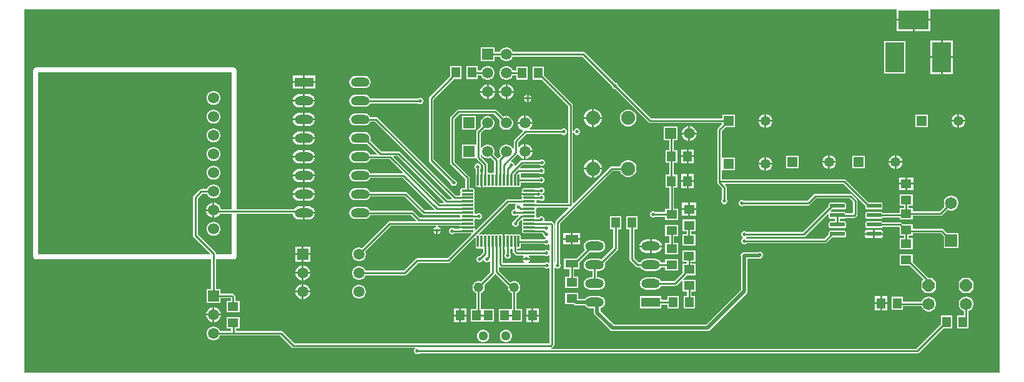
<source format=gbr>
G04*
G04 #@! TF.GenerationSoftware,Altium Limited,Altium Designer,22.4.2 (48)*
G04*
G04 Layer_Physical_Order=1*
G04 Layer_Color=255*
%FSLAX24Y24*%
%MOIN*%
G70*
G04*
G04 #@! TF.SameCoordinates,3D4B7757-4479-4088-A00E-F10E6AE17A54*
G04*
G04*
G04 #@! TF.FilePolarity,Positive*
G04*
G01*
G75*
%ADD10C,0.0100*%
G04:AMPARAMS|DCode=21|XSize=11mil|YSize=61.4mil|CornerRadius=2.8mil|HoleSize=0mil|Usage=FLASHONLY|Rotation=180.000|XOffset=0mil|YOffset=0mil|HoleType=Round|Shape=RoundedRectangle|*
%AMROUNDEDRECTD21*
21,1,0.0110,0.0559,0,0,180.0*
21,1,0.0055,0.0614,0,0,180.0*
1,1,0.0055,-0.0028,0.0280*
1,1,0.0055,0.0028,0.0280*
1,1,0.0055,0.0028,-0.0280*
1,1,0.0055,-0.0028,-0.0280*
%
%ADD21ROUNDEDRECTD21*%
G04:AMPARAMS|DCode=22|XSize=11mil|YSize=61.4mil|CornerRadius=2.8mil|HoleSize=0mil|Usage=FLASHONLY|Rotation=90.000|XOffset=0mil|YOffset=0mil|HoleType=Round|Shape=RoundedRectangle|*
%AMROUNDEDRECTD22*
21,1,0.0110,0.0559,0,0,90.0*
21,1,0.0055,0.0614,0,0,90.0*
1,1,0.0055,0.0280,0.0028*
1,1,0.0055,0.0280,-0.0028*
1,1,0.0055,-0.0280,-0.0028*
1,1,0.0055,-0.0280,0.0028*
%
%ADD22ROUNDEDRECTD22*%
%ADD23R,0.0472X0.0551*%
%ADD24R,0.0551X0.0472*%
%ADD25R,0.0689X0.0394*%
G04:AMPARAMS|DCode=26|XSize=77.6mil|YSize=23.2mil|CornerRadius=2.9mil|HoleSize=0mil|Usage=FLASHONLY|Rotation=0.000|XOffset=0mil|YOffset=0mil|HoleType=Round|Shape=RoundedRectangle|*
%AMROUNDEDRECTD26*
21,1,0.0776,0.0174,0,0,0.0*
21,1,0.0718,0.0232,0,0,0.0*
1,1,0.0058,0.0359,-0.0087*
1,1,0.0058,-0.0359,-0.0087*
1,1,0.0058,-0.0359,0.0087*
1,1,0.0058,0.0359,0.0087*
%
%ADD26ROUNDEDRECTD26*%
%ADD38C,0.0600*%
%ADD51C,0.0200*%
%ADD52C,0.0591*%
%ADD53R,0.0591X0.0591*%
%ADD54R,0.1000X0.0500*%
%ADD55O,0.1000X0.0500*%
%ADD56C,0.0520*%
%ADD57R,0.0591X0.0591*%
%ADD58C,0.0512*%
%ADD59C,0.0750*%
%ADD60R,0.0531X0.0531*%
%ADD61C,0.0531*%
%ADD62P,0.0704X8X292.5*%
%ADD63C,0.0650*%
%ADD64R,0.0650X0.0650*%
%ADD65C,0.0650*%
%ADD66R,0.1600X0.1000*%
%ADD67R,0.1000X0.1600*%
%ADD68C,0.0200*%
G36*
X52178Y123D02*
X123D01*
X123Y19585D01*
X46701D01*
Y19060D01*
X47601D01*
X48501D01*
Y19585D01*
X52178D01*
Y123D01*
D02*
G37*
%LPC*%
G36*
X48501Y18960D02*
X47651D01*
Y18410D01*
X48501D01*
Y18960D01*
D02*
G37*
G36*
X47551D02*
X46701D01*
Y18410D01*
X47551D01*
Y18960D01*
D02*
G37*
G36*
X25909Y17534D02*
X25813D01*
X25720Y17509D01*
X25637Y17461D01*
X25569Y17393D01*
X25521Y17309D01*
X25516Y17291D01*
X25226D01*
Y17534D01*
X24496D01*
Y16803D01*
X25226D01*
Y17046D01*
X25516D01*
X25521Y17027D01*
X25569Y16944D01*
X25637Y16876D01*
X25720Y16828D01*
X25813Y16803D01*
X25909D01*
X26002Y16828D01*
X26085Y16876D01*
X26153Y16944D01*
X26201Y17027D01*
X26206Y17046D01*
X29918D01*
X31481Y15483D01*
Y15448D01*
X31507Y15385D01*
X31555Y15337D01*
X31617Y15311D01*
X31652D01*
X33440Y13524D01*
X33480Y13497D01*
X33526Y13488D01*
X37358D01*
X37371Y13438D01*
X37144Y13211D01*
X37118Y13171D01*
X37109Y13125D01*
Y10360D01*
Y10310D01*
X37118Y10264D01*
X37144Y10224D01*
X37369Y10000D01*
Y9438D01*
X37347Y9417D01*
X37321Y9354D01*
Y9287D01*
X37347Y9224D01*
X37395Y9176D01*
X37457Y9150D01*
X37525D01*
X37587Y9176D01*
X37635Y9224D01*
X37661Y9287D01*
Y9354D01*
X37635Y9417D01*
X37613Y9438D01*
Y10050D01*
X37604Y10097D01*
X37577Y10137D01*
X37523Y10192D01*
X37542Y10238D01*
X43853D01*
X45016Y9075D01*
Y8973D01*
X45023Y8935D01*
X45045Y8902D01*
X45078Y8880D01*
X45117Y8872D01*
X45834D01*
X45873Y8880D01*
X45906Y8902D01*
X45927Y8935D01*
X45935Y8973D01*
Y9147D01*
X45927Y9186D01*
X45906Y9219D01*
X45873Y9241D01*
X45834Y9248D01*
X45189D01*
X43990Y10447D01*
X43951Y10473D01*
X43904Y10483D01*
X37353D01*
Y10936D01*
X37381Y10975D01*
X37403Y10975D01*
X38052D01*
Y11646D01*
X37403D01*
X37381Y11646D01*
X37353Y11685D01*
Y13074D01*
X37554Y13275D01*
X38052D01*
Y13946D01*
X37381D01*
Y13733D01*
X33577D01*
X31821Y15489D01*
Y15515D01*
X31795Y15578D01*
X31747Y15625D01*
X31685Y15651D01*
X31658D01*
X30055Y17255D01*
X30015Y17282D01*
X29968Y17291D01*
X26206D01*
X26201Y17309D01*
X26153Y17393D01*
X26085Y17461D01*
X26002Y17509D01*
X25909Y17534D01*
D02*
G37*
G36*
X49701Y17910D02*
X49151D01*
Y17060D01*
X49701D01*
Y17910D01*
D02*
G37*
G36*
X49051D02*
X48501D01*
Y17060D01*
X49051D01*
Y17910D01*
D02*
G37*
G36*
X47171Y17880D02*
X46031D01*
Y16140D01*
X47171D01*
Y17880D01*
D02*
G37*
G36*
X49701Y16960D02*
X49151D01*
Y16110D01*
X49701D01*
Y16960D01*
D02*
G37*
G36*
X49051D02*
X48501D01*
Y16110D01*
X49051D01*
Y16960D01*
D02*
G37*
G36*
X25909Y16534D02*
X25813D01*
X25720Y16509D01*
X25637Y16461D01*
X25569Y16393D01*
X25521Y16309D01*
X25496Y16217D01*
Y16120D01*
X25521Y16027D01*
X25569Y15944D01*
X25637Y15876D01*
X25720Y15828D01*
X25813Y15803D01*
X25909D01*
X26002Y15828D01*
X26085Y15876D01*
X26153Y15944D01*
X26201Y16027D01*
X26206Y16046D01*
X26392D01*
Y15815D01*
X27004D01*
Y16506D01*
X26392D01*
Y16291D01*
X26206D01*
X26201Y16309D01*
X26153Y16393D01*
X26085Y16461D01*
X26002Y16509D01*
X25909Y16534D01*
D02*
G37*
G36*
X24320Y16536D02*
X23708D01*
Y15845D01*
X24320D01*
Y16046D01*
X24516D01*
X24521Y16027D01*
X24569Y15944D01*
X24637Y15876D01*
X24720Y15828D01*
X24813Y15803D01*
X24909D01*
X25002Y15828D01*
X25085Y15876D01*
X25153Y15944D01*
X25201Y16027D01*
X25226Y16120D01*
Y16217D01*
X25201Y16309D01*
X25153Y16393D01*
X25085Y16461D01*
X25002Y16509D01*
X24909Y16534D01*
X24813D01*
X24720Y16509D01*
X24637Y16461D01*
X24569Y16393D01*
X24521Y16309D01*
X24516Y16291D01*
X24320D01*
Y16536D01*
D02*
G37*
G36*
X15641Y16030D02*
X15091D01*
Y15730D01*
X15641D01*
Y16030D01*
D02*
G37*
G36*
X14991D02*
X14441D01*
Y15730D01*
X14991D01*
Y16030D01*
D02*
G37*
G36*
X18291Y16003D02*
X17791D01*
X17707Y15992D01*
X17630Y15960D01*
X17563Y15909D01*
X17511Y15842D01*
X17479Y15764D01*
X17468Y15680D01*
X17479Y15597D01*
X17511Y15519D01*
X17563Y15452D01*
X17630Y15401D01*
X17707Y15369D01*
X17791Y15358D01*
X18291D01*
X18375Y15369D01*
X18452Y15401D01*
X18519Y15452D01*
X18570Y15519D01*
X18603Y15597D01*
X18614Y15680D01*
X18603Y15764D01*
X18570Y15842D01*
X18519Y15909D01*
X18452Y15960D01*
X18375Y15992D01*
X18291Y16003D01*
D02*
G37*
G36*
X15641Y15630D02*
X15091D01*
Y15330D01*
X15641D01*
Y15630D01*
D02*
G37*
G36*
X14991D02*
X14441D01*
Y15330D01*
X14991D01*
Y15630D01*
D02*
G37*
G36*
X25913Y15564D02*
X25911D01*
Y15218D01*
X26256D01*
Y15221D01*
X26229Y15321D01*
X26177Y15411D01*
X26104Y15485D01*
X26014Y15537D01*
X25913Y15564D01*
D02*
G37*
G36*
X24913D02*
X24911D01*
Y15218D01*
X25256D01*
Y15221D01*
X25229Y15321D01*
X25177Y15411D01*
X25104Y15485D01*
X25014Y15537D01*
X24913Y15564D01*
D02*
G37*
G36*
X25811D02*
X25809D01*
X25708Y15537D01*
X25618Y15485D01*
X25545Y15411D01*
X25493Y15321D01*
X25466Y15221D01*
Y15218D01*
X25811D01*
Y15564D01*
D02*
G37*
G36*
X24811D02*
X24809D01*
X24708Y15537D01*
X24618Y15485D01*
X24545Y15411D01*
X24493Y15321D01*
X24466Y15221D01*
Y15218D01*
X24811D01*
Y15564D01*
D02*
G37*
G36*
X27041Y15006D02*
Y14860D01*
X27187D01*
X27161Y14924D01*
X27104Y14980D01*
X27041Y15006D01*
D02*
G37*
G36*
X26941D02*
X26878Y14980D01*
X26821Y14924D01*
X26795Y14860D01*
X26941D01*
Y15006D01*
D02*
G37*
G36*
X26256Y15118D02*
X25911D01*
Y14773D01*
X25913D01*
X26014Y14800D01*
X26104Y14852D01*
X26177Y14926D01*
X26229Y15016D01*
X26256Y15116D01*
Y15118D01*
D02*
G37*
G36*
X25811D02*
X25466D01*
Y15116D01*
X25493Y15016D01*
X25545Y14926D01*
X25618Y14852D01*
X25708Y14800D01*
X25809Y14773D01*
X25811D01*
Y15118D01*
D02*
G37*
G36*
X25256D02*
X24911D01*
Y14773D01*
X24913D01*
X25014Y14800D01*
X25104Y14852D01*
X25177Y14926D01*
X25229Y15016D01*
X25256Y15116D01*
Y15118D01*
D02*
G37*
G36*
X24811D02*
X24466D01*
Y15116D01*
X24493Y15016D01*
X24545Y14926D01*
X24618Y14852D01*
X24708Y14800D01*
X24809Y14773D01*
X24811D01*
Y15118D01*
D02*
G37*
G36*
X15291Y15033D02*
X15091D01*
Y14730D01*
X15637D01*
X15632Y14772D01*
X15597Y14857D01*
X15541Y14930D01*
X15467Y14986D01*
X15382Y15021D01*
X15291Y15033D01*
D02*
G37*
G36*
X14991D02*
X14791D01*
X14700Y15021D01*
X14614Y14986D01*
X14541Y14930D01*
X14485Y14857D01*
X14450Y14772D01*
X14445Y14730D01*
X14991D01*
Y15033D01*
D02*
G37*
G36*
X27187Y14760D02*
X27041D01*
Y14615D01*
X27104Y14641D01*
X27161Y14697D01*
X27187Y14760D01*
D02*
G37*
G36*
X26941D02*
X26795D01*
X26821Y14697D01*
X26878Y14641D01*
X26941Y14615D01*
Y14760D01*
D02*
G37*
G36*
X18291Y15003D02*
X17791D01*
X17707Y14992D01*
X17630Y14960D01*
X17563Y14909D01*
X17511Y14842D01*
X17479Y14764D01*
X17468Y14680D01*
X17479Y14597D01*
X17511Y14519D01*
X17563Y14452D01*
X17630Y14401D01*
X17707Y14369D01*
X17791Y14358D01*
X18291D01*
X18375Y14369D01*
X18452Y14401D01*
X18519Y14452D01*
X18570Y14519D01*
X18583Y14548D01*
X21123D01*
X21155Y14516D01*
X21217Y14490D01*
X21285D01*
X21347Y14516D01*
X21395Y14564D01*
X21421Y14627D01*
Y14694D01*
X21395Y14757D01*
X21347Y14804D01*
X21285Y14830D01*
X21217D01*
X21155Y14804D01*
X21143Y14793D01*
X18591D01*
X18570Y14842D01*
X18519Y14909D01*
X18452Y14960D01*
X18375Y14992D01*
X18291Y15003D01*
D02*
G37*
G36*
X15637Y14630D02*
X15091D01*
Y14327D01*
X15291D01*
X15382Y14339D01*
X15467Y14375D01*
X15541Y14431D01*
X15597Y14504D01*
X15632Y14589D01*
X15637Y14630D01*
D02*
G37*
G36*
X14991D02*
X14445D01*
X14450Y14589D01*
X14485Y14504D01*
X14541Y14431D01*
X14614Y14375D01*
X14700Y14339D01*
X14791Y14327D01*
X14991D01*
Y14630D01*
D02*
G37*
G36*
X30540Y14236D02*
X30528D01*
Y13811D01*
X30953D01*
Y13824D01*
X30921Y13944D01*
X30858Y14053D01*
X30770Y14141D01*
X30661Y14204D01*
X30540Y14236D01*
D02*
G37*
G36*
X30428D02*
X30415D01*
X30295Y14204D01*
X30186Y14141D01*
X30098Y14053D01*
X30035Y13944D01*
X30003Y13824D01*
Y13811D01*
X30428D01*
Y14236D01*
D02*
G37*
G36*
X15291Y14033D02*
X15091D01*
Y13730D01*
X15637D01*
X15632Y13772D01*
X15597Y13857D01*
X15541Y13930D01*
X15467Y13986D01*
X15382Y14021D01*
X15291Y14033D01*
D02*
G37*
G36*
X14991D02*
X14791D01*
X14700Y14021D01*
X14614Y13986D01*
X14541Y13930D01*
X14485Y13857D01*
X14450Y13772D01*
X14445Y13730D01*
X14991D01*
Y14033D01*
D02*
G37*
G36*
X50035Y13976D02*
Y13660D01*
X50350D01*
X50326Y13752D01*
X50278Y13835D01*
X50210Y13903D01*
X50126Y13951D01*
X50035Y13976D01*
D02*
G37*
G36*
X49935D02*
X49844Y13951D01*
X49761Y13903D01*
X49693Y13835D01*
X49644Y13752D01*
X49620Y13660D01*
X49935D01*
Y13976D01*
D02*
G37*
G36*
X39735D02*
Y13660D01*
X40050D01*
X40026Y13752D01*
X39978Y13835D01*
X39910Y13903D01*
X39826Y13951D01*
X39735Y13976D01*
D02*
G37*
G36*
X39635D02*
X39544Y13951D01*
X39461Y13903D01*
X39393Y13835D01*
X39344Y13752D01*
X39320Y13660D01*
X39635D01*
Y13976D01*
D02*
G37*
G36*
X26897Y13888D02*
X26895D01*
Y13542D01*
X27240D01*
Y13544D01*
X27213Y13645D01*
X27161Y13735D01*
X27087Y13809D01*
X26997Y13861D01*
X26897Y13888D01*
D02*
G37*
G36*
X26795D02*
X26793D01*
X26692Y13861D01*
X26602Y13809D01*
X26528Y13735D01*
X26476Y13645D01*
X26449Y13544D01*
Y13542D01*
X26795D01*
Y13888D01*
D02*
G37*
G36*
X15637Y13630D02*
X15091D01*
Y13327D01*
X15291D01*
X15382Y13339D01*
X15467Y13375D01*
X15541Y13431D01*
X15597Y13504D01*
X15632Y13589D01*
X15637Y13630D01*
D02*
G37*
G36*
X14991D02*
X14445D01*
X14450Y13589D01*
X14485Y13504D01*
X14541Y13431D01*
X14614Y13375D01*
X14700Y13339D01*
X14791Y13327D01*
X14991D01*
Y13630D01*
D02*
G37*
G36*
X32416Y14206D02*
X32299D01*
X32186Y14176D01*
X32085Y14117D01*
X32002Y14034D01*
X31943Y13933D01*
X31913Y13820D01*
Y13702D01*
X31943Y13589D01*
X32002Y13488D01*
X32085Y13405D01*
X32186Y13346D01*
X32299Y13316D01*
X32416D01*
X32530Y13346D01*
X32631Y13405D01*
X32714Y13488D01*
X32773Y13589D01*
X32803Y13702D01*
Y13820D01*
X32773Y13933D01*
X32714Y14034D01*
X32631Y14117D01*
X32530Y14176D01*
X32416Y14206D01*
D02*
G37*
G36*
X30953Y13711D02*
X30528D01*
Y13286D01*
X30540D01*
X30661Y13318D01*
X30770Y13381D01*
X30858Y13469D01*
X30921Y13578D01*
X30953Y13698D01*
Y13711D01*
D02*
G37*
G36*
X30428D02*
X30003D01*
Y13698D01*
X30035Y13578D01*
X30098Y13469D01*
X30186Y13381D01*
X30295Y13318D01*
X30415Y13286D01*
X30428D01*
Y13711D01*
D02*
G37*
G36*
X48352Y13946D02*
X47681D01*
Y13275D01*
X48352D01*
Y13946D01*
D02*
G37*
G36*
X50350Y13560D02*
X50035D01*
Y13245D01*
X50126Y13270D01*
X50210Y13318D01*
X50278Y13386D01*
X50326Y13469D01*
X50350Y13560D01*
D02*
G37*
G36*
X49935D02*
X49620D01*
X49644Y13469D01*
X49693Y13386D01*
X49761Y13318D01*
X49844Y13270D01*
X49935Y13245D01*
Y13560D01*
D02*
G37*
G36*
X40050D02*
X39735D01*
Y13245D01*
X39826Y13270D01*
X39910Y13318D01*
X39978Y13386D01*
X40026Y13469D01*
X40050Y13560D01*
D02*
G37*
G36*
X39635D02*
X39320D01*
X39344Y13469D01*
X39393Y13386D01*
X39461Y13318D01*
X39544Y13270D01*
X39635Y13245D01*
Y13560D01*
D02*
G37*
G36*
X24210Y13858D02*
X23479D01*
Y13127D01*
X24210D01*
Y13858D01*
D02*
G37*
G36*
X35667Y13331D02*
X35665D01*
Y12985D01*
X36010D01*
Y12987D01*
X35983Y13088D01*
X35931Y13178D01*
X35858Y13252D01*
X35767Y13304D01*
X35667Y13331D01*
D02*
G37*
G36*
X35565D02*
X35563D01*
X35462Y13304D01*
X35372Y13252D01*
X35299Y13178D01*
X35247Y13088D01*
X35220Y12987D01*
Y12985D01*
X35565D01*
Y13331D01*
D02*
G37*
G36*
X27870Y16506D02*
X27258D01*
Y15815D01*
X27737D01*
X29159Y14393D01*
Y9213D01*
X27484D01*
X27445Y9263D01*
X27446Y9265D01*
Y9320D01*
X27487Y9367D01*
X27613D01*
X27635Y9346D01*
X27697Y9320D01*
X27765D01*
X27827Y9346D01*
X27875Y9394D01*
X27901Y9457D01*
Y9524D01*
X27875Y9587D01*
X27827Y9634D01*
X27765Y9660D01*
X27697D01*
X27635Y9634D01*
X27612Y9612D01*
X27506D01*
X27487Y9636D01*
X27067D01*
X26662D01*
X26667Y9609D01*
X26695Y9567D01*
X26701Y9563D01*
X26695Y9555D01*
X26688Y9517D01*
Y9462D01*
X26646Y9415D01*
X25923D01*
X25876Y9406D01*
X25837Y9379D01*
X24220Y7763D01*
X24203Y7763D01*
X24165Y7778D01*
X24157Y7810D01*
X24175Y7837D01*
X24180Y7865D01*
X23775D01*
X23357D01*
X23336Y7839D01*
X23067D01*
X23046Y7860D01*
X22984Y7886D01*
X22916D01*
X22854Y7860D01*
X22806Y7812D01*
X22780Y7750D01*
Y7682D01*
X22806Y7620D01*
X22854Y7572D01*
X22916Y7546D01*
X22984D01*
X23046Y7572D01*
X23069Y7595D01*
X23476D01*
X23496Y7591D01*
X23983D01*
X24002Y7544D01*
X22710Y6253D01*
X21091D01*
X21044Y6243D01*
X21004Y6217D01*
X20380Y5593D01*
X18329D01*
X18324Y5611D01*
X18276Y5695D01*
X18208Y5763D01*
X18125Y5811D01*
X18032Y5836D01*
X17936D01*
X17843Y5811D01*
X17760Y5763D01*
X17692Y5695D01*
X17644Y5611D01*
X17619Y5518D01*
Y5422D01*
X17644Y5329D01*
X17692Y5246D01*
X17760Y5178D01*
X17843Y5130D01*
X17936Y5105D01*
X18032D01*
X18125Y5130D01*
X18208Y5178D01*
X18276Y5246D01*
X18324Y5329D01*
X18329Y5348D01*
X20431D01*
X20478Y5357D01*
X20517Y5384D01*
X21142Y6008D01*
X22761D01*
X22808Y6017D01*
X22847Y6044D01*
X24165Y7361D01*
X24211Y7342D01*
Y6875D01*
X24219Y6837D01*
X24240Y6805D01*
X24273Y6783D01*
X24311Y6776D01*
X24366D01*
X24404Y6783D01*
X24436Y6805D01*
X24437D01*
X24470Y6783D01*
X24508Y6776D01*
X24563D01*
X24610Y6734D01*
Y6562D01*
X24418Y6370D01*
X24387D01*
X24325Y6344D01*
X24277Y6297D01*
X24251Y6234D01*
Y6167D01*
X24277Y6104D01*
X24325Y6056D01*
X24387Y6030D01*
X24455D01*
X24517Y6056D01*
X24565Y6104D01*
X24591Y6167D01*
X24601Y6171D01*
X24610Y6171D01*
X24660Y6144D01*
X24677Y6104D01*
X24725Y6056D01*
X24787Y6030D01*
X24855D01*
X24917Y6056D01*
X24953Y6092D01*
X25003Y6076D01*
Y5506D01*
X24503Y5005D01*
X24498Y5008D01*
X24414Y5030D01*
X24328D01*
X24244Y5008D01*
X24168Y4964D01*
X24107Y4903D01*
X24063Y4828D01*
X24041Y4744D01*
Y4657D01*
X24063Y4573D01*
X24107Y4498D01*
X24168Y4436D01*
X24244Y4393D01*
X24249Y4392D01*
Y3546D01*
X23948D01*
Y2855D01*
X24560D01*
Y2855D01*
X24582D01*
Y2855D01*
X25194D01*
Y3546D01*
X24582D01*
Y3546D01*
X24560D01*
Y3546D01*
X24493D01*
Y4392D01*
X24498Y4393D01*
X24574Y4436D01*
X24635Y4498D01*
X24678Y4573D01*
X24701Y4657D01*
Y4744D01*
X24678Y4828D01*
X24676Y4832D01*
X25212Y5369D01*
X25226Y5388D01*
X25284Y5400D01*
X25941Y4744D01*
Y4657D01*
X25963Y4573D01*
X26007Y4498D01*
X26068Y4436D01*
X26144Y4393D01*
X26149Y4392D01*
Y3546D01*
X26082D01*
Y3546D01*
X26060D01*
Y3546D01*
X25448D01*
Y2855D01*
X26060D01*
Y2855D01*
X26082D01*
Y2855D01*
X26694D01*
Y3546D01*
X26393D01*
Y4392D01*
X26398Y4393D01*
X26474Y4436D01*
X26535Y4498D01*
X26578Y4573D01*
X26601Y4657D01*
Y4744D01*
X26578Y4828D01*
X26535Y4903D01*
X26474Y4964D01*
X26398Y5008D01*
X26314Y5030D01*
X26228D01*
X26144Y5008D01*
X26068Y4964D01*
X26067Y4963D01*
X25445Y5586D01*
Y5770D01*
X25473Y5782D01*
X25495Y5787D01*
X25531Y5762D01*
X25578Y5753D01*
X27890D01*
X27911Y5732D01*
X27974Y5706D01*
X28041D01*
X28104Y5732D01*
X28119Y5747D01*
X28169Y5727D01*
Y1703D01*
X14532D01*
X13905Y2330D01*
X13865Y2356D01*
X13818Y2366D01*
X11413D01*
Y2491D01*
X11617D01*
Y3104D01*
X10925D01*
Y2491D01*
X11169D01*
Y2366D01*
X10566D01*
X10561Y2384D01*
X10513Y2468D01*
X10445Y2536D01*
X10362Y2584D01*
X10269Y2609D01*
X10173D01*
X10080Y2584D01*
X9997Y2536D01*
X9929Y2468D01*
X9881Y2384D01*
X9856Y2291D01*
Y2195D01*
X9881Y2102D01*
X9929Y2019D01*
X9997Y1951D01*
X10080Y1903D01*
X10173Y1878D01*
X10269D01*
X10362Y1903D01*
X10445Y1951D01*
X10513Y2019D01*
X10561Y2102D01*
X10566Y2121D01*
X13767D01*
X14394Y1494D01*
X14434Y1467D01*
X14481Y1458D01*
X20958D01*
X20978Y1408D01*
X20957Y1387D01*
X20931Y1324D01*
Y1257D01*
X20957Y1194D01*
X21005Y1146D01*
X21067Y1120D01*
X21135D01*
X21197Y1146D01*
X21219Y1168D01*
X47788D01*
X47835Y1177D01*
X47874Y1204D01*
X49175Y2505D01*
X49654D01*
Y3196D01*
X49042D01*
Y2715D01*
X49036Y2711D01*
X47737Y1413D01*
X28261D01*
X28256Y1463D01*
X28279Y1467D01*
X28319Y1494D01*
X28377Y1552D01*
X28404Y1592D01*
X28413Y1639D01*
Y5738D01*
X28463Y5759D01*
X28495Y5727D01*
X28557Y5701D01*
X28625D01*
X28687Y5727D01*
X28735Y5775D01*
X28761Y5838D01*
Y5905D01*
X28735Y5968D01*
X28713Y5989D01*
Y8120D01*
X31522Y10929D01*
X31930D01*
X31943Y10879D01*
X32002Y10778D01*
X32085Y10695D01*
X32186Y10636D01*
X32299Y10606D01*
X32416D01*
X32530Y10636D01*
X32631Y10695D01*
X32714Y10778D01*
X32773Y10879D01*
X32803Y10992D01*
Y11110D01*
X32773Y11223D01*
X32714Y11324D01*
X32631Y11407D01*
X32530Y11466D01*
X32416Y11496D01*
X32299D01*
X32186Y11466D01*
X32085Y11407D01*
X32002Y11324D01*
X31943Y11223D01*
X31930Y11173D01*
X31472D01*
X31425Y11164D01*
X31385Y11137D01*
X29450Y9202D01*
X29403Y9221D01*
Y12982D01*
X29451Y12988D01*
X29477Y12925D01*
X29525Y12877D01*
X29587Y12851D01*
X29655D01*
X29717Y12877D01*
X29765Y12925D01*
X29791Y12988D01*
Y13055D01*
X29765Y13118D01*
X29717Y13166D01*
X29655Y13191D01*
X29587D01*
X29525Y13166D01*
X29477Y13118D01*
X29451Y13055D01*
X29403Y13061D01*
Y14443D01*
X29394Y14490D01*
X29367Y14530D01*
X27870Y16027D01*
Y16506D01*
D02*
G37*
G36*
X24893Y13858D02*
X24797D01*
X24704Y13833D01*
X24620Y13785D01*
X24552Y13717D01*
X24504Y13633D01*
X24479Y13541D01*
Y13444D01*
X24504Y13351D01*
X24514Y13335D01*
X24274Y13095D01*
X24248Y13056D01*
X24239Y13009D01*
Y12376D01*
X24216Y12336D01*
X24189Y12336D01*
X23486D01*
Y11605D01*
X24201D01*
X24218Y11605D01*
X24259Y11587D01*
X24274Y11564D01*
X24610Y11229D01*
Y10886D01*
X24585Y10866D01*
Y10446D01*
Y10041D01*
X24612Y10046D01*
X24655Y10075D01*
X24658Y10080D01*
X24666Y10075D01*
X24704Y10067D01*
X24760D01*
X24798Y10075D01*
X24830Y10096D01*
X24831D01*
X24863Y10075D01*
X24901Y10067D01*
X24956D01*
X24994Y10075D01*
X25027Y10096D01*
X25060Y10075D01*
X25098Y10067D01*
X25153D01*
X25191Y10075D01*
X25224Y10096D01*
X25257Y10075D01*
X25295Y10067D01*
X25350D01*
X25388Y10075D01*
X25421Y10096D01*
X25454Y10075D01*
X25492Y10067D01*
X25547D01*
X25585Y10075D01*
X25618Y10096D01*
X25651Y10075D01*
X25689Y10067D01*
X25744D01*
X25782Y10075D01*
X25814Y10096D01*
X25815D01*
X25847Y10075D01*
X25886Y10067D01*
X25941D01*
X25979Y10075D01*
X26012Y10096D01*
X26044Y10075D01*
X26082Y10067D01*
X26138D01*
X26176Y10075D01*
X26208Y10096D01*
X26241Y10075D01*
X26279Y10067D01*
X26334D01*
X26372Y10075D01*
X26405Y10096D01*
X26406D01*
X26438Y10075D01*
X26476Y10067D01*
X26531D01*
X26569Y10075D01*
X26602Y10096D01*
X26623Y10128D01*
X26631Y10166D01*
Y10318D01*
X27603D01*
X27625Y10296D01*
X27687Y10270D01*
X27755D01*
X27817Y10296D01*
X27865Y10344D01*
X27891Y10407D01*
Y10474D01*
X27865Y10537D01*
X27817Y10584D01*
X27755Y10610D01*
X27687D01*
X27625Y10584D01*
X27603Y10563D01*
X26631D01*
Y10726D01*
X26624Y10758D01*
X26627Y10769D01*
X26654Y10808D01*
X27613D01*
X27635Y10786D01*
X27697Y10760D01*
X27765D01*
X27827Y10786D01*
X27875Y10834D01*
X27901Y10897D01*
Y10964D01*
X27875Y11027D01*
X27827Y11074D01*
X27765Y11100D01*
X27697D01*
X27635Y11074D01*
X27613Y11053D01*
X26593D01*
X26573Y11099D01*
X26732Y11258D01*
X27623D01*
X27645Y11236D01*
X27707Y11210D01*
X27775D01*
X27837Y11236D01*
X27885Y11284D01*
X27911Y11347D01*
Y11414D01*
X27885Y11477D01*
X27837Y11524D01*
X27775Y11550D01*
X27707D01*
X27645Y11524D01*
X27623Y11503D01*
X26682D01*
X26635Y11493D01*
X26595Y11467D01*
X26328Y11200D01*
X26281Y11223D01*
Y11274D01*
X26255Y11337D01*
X26207Y11384D01*
X26145Y11410D01*
X26122D01*
X26101Y11460D01*
X26439Y11798D01*
X26476Y11798D01*
X26498Y11792D01*
X26535Y11728D01*
X26608Y11654D01*
X26698Y11602D01*
X26799Y11575D01*
X26801D01*
Y11970D01*
Y12366D01*
X26799D01*
X26698Y12339D01*
X26608Y12287D01*
X26535Y12213D01*
X26532Y12208D01*
X26483Y12221D01*
Y12460D01*
X26922Y12898D01*
X28803D01*
X28825Y12876D01*
X28887Y12850D01*
X28955D01*
X29017Y12876D01*
X29065Y12924D01*
X29091Y12987D01*
Y13054D01*
X29065Y13117D01*
X29017Y13164D01*
X28955Y13190D01*
X28887D01*
X28825Y13164D01*
X28803Y13143D01*
X27125D01*
X27104Y13193D01*
X27161Y13250D01*
X27213Y13340D01*
X27240Y13440D01*
Y13442D01*
X26449D01*
Y13440D01*
X26476Y13340D01*
X26528Y13250D01*
X26602Y13176D01*
X26692Y13124D01*
X26730Y13114D01*
X26743Y13066D01*
X26274Y12597D01*
X26248Y12557D01*
X26239Y12510D01*
Y12144D01*
X26232Y12139D01*
X26165Y12156D01*
X26143Y12195D01*
X26075Y12263D01*
X25992Y12311D01*
X25899Y12336D01*
X25803D01*
X25710Y12311D01*
X25627Y12263D01*
X25559Y12195D01*
X25511Y12111D01*
X25486Y12018D01*
Y11922D01*
X25511Y11829D01*
X25559Y11746D01*
X25561Y11744D01*
X25433Y11615D01*
X25375Y11619D01*
X25182Y11813D01*
X25191Y11829D01*
X25216Y11922D01*
Y12018D01*
X25191Y12111D01*
X25143Y12195D01*
X25075Y12263D01*
X24992Y12311D01*
X24899Y12336D01*
X24803D01*
X24710Y12311D01*
X24627Y12263D01*
X24559Y12195D01*
X24533Y12151D01*
X24483Y12164D01*
Y12958D01*
X24687Y13162D01*
X24704Y13152D01*
X24797Y13127D01*
X24893D01*
X24986Y13152D01*
X25069Y13200D01*
X25137Y13268D01*
X25185Y13351D01*
X25210Y13444D01*
Y13541D01*
X25185Y13633D01*
X25137Y13717D01*
X25069Y13785D01*
X24986Y13833D01*
X24893Y13858D01*
D02*
G37*
G36*
X15291Y13033D02*
X15091D01*
Y12730D01*
X15637D01*
X15632Y12772D01*
X15597Y12857D01*
X15541Y12930D01*
X15467Y12986D01*
X15382Y13021D01*
X15291Y13033D01*
D02*
G37*
G36*
X14991D02*
X14791D01*
X14700Y13021D01*
X14614Y12986D01*
X14541Y12930D01*
X14485Y12857D01*
X14450Y12772D01*
X14445Y12730D01*
X14991D01*
Y13033D01*
D02*
G37*
G36*
X36010Y12885D02*
X35665D01*
Y12540D01*
X35667D01*
X35767Y12567D01*
X35858Y12619D01*
X35931Y12693D01*
X35983Y12783D01*
X36010Y12883D01*
Y12885D01*
D02*
G37*
G36*
X35565D02*
X35220D01*
Y12883D01*
X35247Y12783D01*
X35299Y12693D01*
X35372Y12619D01*
X35462Y12567D01*
X35563Y12540D01*
X35565D01*
Y12885D01*
D02*
G37*
G36*
X15637Y12630D02*
X15091D01*
Y12327D01*
X15291D01*
X15382Y12339D01*
X15467Y12375D01*
X15541Y12431D01*
X15597Y12504D01*
X15632Y12589D01*
X15637Y12630D01*
D02*
G37*
G36*
X14991D02*
X14445D01*
X14450Y12589D01*
X14485Y12504D01*
X14541Y12431D01*
X14614Y12375D01*
X14700Y12339D01*
X14791Y12327D01*
X14991D01*
Y12630D01*
D02*
G37*
G36*
X26903Y12366D02*
X26901D01*
Y12020D01*
X27246D01*
Y12022D01*
X27219Y12123D01*
X27167Y12213D01*
X27094Y12287D01*
X27004Y12339D01*
X26903Y12366D01*
D02*
G37*
G36*
X35870Y12081D02*
X35584D01*
Y11755D01*
X35870D01*
Y12081D01*
D02*
G37*
G36*
X35484D02*
X35198D01*
Y11755D01*
X35484D01*
Y12081D01*
D02*
G37*
G36*
X15291Y12033D02*
X15091D01*
Y11730D01*
X15637D01*
X15632Y11772D01*
X15597Y11857D01*
X15541Y11930D01*
X15467Y11986D01*
X15382Y12021D01*
X15291Y12033D01*
D02*
G37*
G36*
X14991D02*
X14791D01*
X14700Y12021D01*
X14614Y11986D01*
X14541Y11930D01*
X14485Y11857D01*
X14450Y11772D01*
X14445Y11730D01*
X14991D01*
Y12033D01*
D02*
G37*
G36*
X27246Y11920D02*
X26901D01*
Y11575D01*
X26903D01*
X27004Y11602D01*
X27094Y11654D01*
X27167Y11728D01*
X27219Y11818D01*
X27246Y11918D01*
Y11920D01*
D02*
G37*
G36*
X46684Y11776D02*
Y11460D01*
X46999D01*
X46975Y11552D01*
X46926Y11635D01*
X46858Y11703D01*
X46775Y11751D01*
X46684Y11776D01*
D02*
G37*
G36*
X46584D02*
X46493Y11751D01*
X46409Y11703D01*
X46341Y11635D01*
X46293Y11552D01*
X46268Y11460D01*
X46584D01*
Y11776D01*
D02*
G37*
G36*
X43135D02*
Y11460D01*
X43450D01*
X43426Y11552D01*
X43378Y11635D01*
X43310Y11703D01*
X43226Y11751D01*
X43135Y11776D01*
D02*
G37*
G36*
X43035D02*
X42944Y11751D01*
X42861Y11703D01*
X42793Y11635D01*
X42744Y11552D01*
X42720Y11460D01*
X43035D01*
Y11776D01*
D02*
G37*
G36*
X39735Y11676D02*
Y11360D01*
X40050D01*
X40026Y11452D01*
X39978Y11535D01*
X39910Y11603D01*
X39826Y11651D01*
X39735Y11676D01*
D02*
G37*
G36*
X39635D02*
X39544Y11651D01*
X39461Y11603D01*
X39393Y11535D01*
X39344Y11452D01*
X39320Y11360D01*
X39635D01*
Y11676D01*
D02*
G37*
G36*
X35870Y11655D02*
X35584D01*
Y11329D01*
X35870D01*
Y11655D01*
D02*
G37*
G36*
X35484D02*
X35198D01*
Y11329D01*
X35484D01*
Y11655D01*
D02*
G37*
G36*
X15637Y11630D02*
X15091D01*
Y11327D01*
X15291D01*
X15382Y11339D01*
X15467Y11375D01*
X15541Y11431D01*
X15597Y11504D01*
X15632Y11589D01*
X15637Y11630D01*
D02*
G37*
G36*
X14991D02*
X14445D01*
X14450Y11589D01*
X14485Y11504D01*
X14541Y11431D01*
X14614Y11375D01*
X14700Y11339D01*
X14791Y11327D01*
X14991D01*
Y11630D01*
D02*
G37*
G36*
X30540Y11526D02*
X30528D01*
Y11101D01*
X30953D01*
Y11114D01*
X30921Y11234D01*
X30858Y11343D01*
X30770Y11431D01*
X30661Y11494D01*
X30540Y11526D01*
D02*
G37*
G36*
X30428D02*
X30415D01*
X30295Y11494D01*
X30186Y11431D01*
X30098Y11343D01*
X30035Y11234D01*
X30003Y11114D01*
Y11101D01*
X30428D01*
Y11526D01*
D02*
G37*
G36*
X45001Y11746D02*
X44329D01*
Y11075D01*
X45001D01*
Y11746D01*
D02*
G37*
G36*
X41452D02*
X40781D01*
Y11075D01*
X41452D01*
Y11746D01*
D02*
G37*
G36*
X46999Y11360D02*
X46684D01*
Y11045D01*
X46775Y11070D01*
X46858Y11118D01*
X46926Y11186D01*
X46975Y11269D01*
X46999Y11360D01*
D02*
G37*
G36*
X46584D02*
X46268D01*
X46293Y11269D01*
X46341Y11186D01*
X46409Y11118D01*
X46493Y11070D01*
X46584Y11045D01*
Y11360D01*
D02*
G37*
G36*
X43450D02*
X43135D01*
Y11045D01*
X43226Y11070D01*
X43310Y11118D01*
X43378Y11186D01*
X43426Y11269D01*
X43450Y11360D01*
D02*
G37*
G36*
X43035D02*
X42720D01*
X42744Y11269D01*
X42793Y11186D01*
X42861Y11118D01*
X42944Y11070D01*
X43035Y11045D01*
Y11360D01*
D02*
G37*
G36*
X40050Y11260D02*
X39735D01*
Y10945D01*
X39826Y10970D01*
X39910Y11018D01*
X39978Y11086D01*
X40026Y11169D01*
X40050Y11260D01*
D02*
G37*
G36*
X39635D02*
X39320D01*
X39344Y11169D01*
X39393Y11086D01*
X39461Y11018D01*
X39544Y10970D01*
X39635Y10945D01*
Y11260D01*
D02*
G37*
G36*
X15291Y11033D02*
X15091D01*
Y10730D01*
X15637D01*
X15632Y10772D01*
X15597Y10857D01*
X15541Y10930D01*
X15467Y10986D01*
X15382Y11021D01*
X15291Y11033D01*
D02*
G37*
G36*
X14991D02*
X14791D01*
X14700Y11021D01*
X14614Y10986D01*
X14541Y10930D01*
X14485Y10857D01*
X14450Y10772D01*
X14445Y10730D01*
X14991D01*
Y11033D01*
D02*
G37*
G36*
X30953Y11001D02*
X30528D01*
Y10576D01*
X30540D01*
X30661Y10608D01*
X30770Y10671D01*
X30858Y10759D01*
X30921Y10868D01*
X30953Y10988D01*
Y11001D01*
D02*
G37*
G36*
X30428D02*
X30003D01*
Y10988D01*
X30035Y10868D01*
X30098Y10759D01*
X30186Y10671D01*
X30295Y10608D01*
X30415Y10576D01*
X30428D01*
Y11001D01*
D02*
G37*
G36*
X35870Y10756D02*
X35584D01*
Y10430D01*
X35870D01*
Y10756D01*
D02*
G37*
G36*
X35484D02*
X35198D01*
Y10430D01*
X35484D01*
Y10756D01*
D02*
G37*
G36*
X15637Y10630D02*
X15091D01*
Y10327D01*
X15291D01*
X15382Y10339D01*
X15467Y10375D01*
X15541Y10431D01*
X15597Y10504D01*
X15632Y10589D01*
X15637Y10630D01*
D02*
G37*
G36*
X14991D02*
X14445D01*
X14450Y10589D01*
X14485Y10504D01*
X14541Y10431D01*
X14614Y10375D01*
X14700Y10339D01*
X14791Y10327D01*
X14991D01*
Y10630D01*
D02*
G37*
G36*
X47577Y10580D02*
X47251D01*
Y10293D01*
X47577D01*
Y10580D01*
D02*
G37*
G36*
X47151D02*
X46825D01*
Y10293D01*
X47151D01*
Y10580D01*
D02*
G37*
G36*
X23454Y16536D02*
X22842D01*
Y16016D01*
X22839Y16004D01*
Y15972D01*
X21754Y14887D01*
X21728Y14847D01*
X21719Y14800D01*
Y11489D01*
X21728Y11442D01*
X21754Y11403D01*
X22870Y10287D01*
Y10256D01*
X22896Y10193D01*
X22944Y10146D01*
X23007Y10120D01*
X23074D01*
X23137Y10146D01*
X23185Y10193D01*
X23210Y10256D01*
Y10324D01*
X23185Y10386D01*
X23137Y10434D01*
X23074Y10460D01*
X23043D01*
X21963Y11540D01*
Y14750D01*
X23048Y15835D01*
X23055Y15845D01*
X23454D01*
Y16536D01*
D02*
G37*
G36*
X24365Y11320D02*
X24297D01*
X24235Y11294D01*
X24187Y11247D01*
X24161Y11184D01*
Y11117D01*
X24187Y11054D01*
X24212Y11029D01*
Y10731D01*
X24211Y10726D01*
Y10166D01*
X24219Y10128D01*
X24240Y10096D01*
X24273Y10075D01*
X24311Y10067D01*
X24366D01*
X24404Y10075D01*
X24412Y10080D01*
X24416Y10075D01*
X24458Y10046D01*
X24485Y10041D01*
Y10446D01*
Y10873D01*
X24457Y10897D01*
Y11036D01*
X24475Y11054D01*
X24501Y11117D01*
Y11184D01*
X24475Y11247D01*
X24427Y11294D01*
X24365Y11320D01*
D02*
G37*
G36*
X35870Y10330D02*
X35584D01*
Y10005D01*
X35870D01*
Y10330D01*
D02*
G37*
G36*
X35484D02*
X35198D01*
Y10005D01*
X35484D01*
Y10330D01*
D02*
G37*
G36*
X27765Y10050D02*
X27697D01*
X27635Y10024D01*
X27614Y10004D01*
X27376D01*
X27346Y10010D01*
X26787D01*
X26749Y10002D01*
X26717Y9981D01*
X26695Y9949D01*
X26688Y9911D01*
Y9855D01*
X26695Y9817D01*
X26701Y9809D01*
X26695Y9806D01*
X26667Y9764D01*
X26662Y9736D01*
X27067D01*
X27488D01*
X27507Y9759D01*
X27612D01*
X27635Y9736D01*
X27697Y9710D01*
X27765D01*
X27827Y9736D01*
X27875Y9784D01*
X27901Y9847D01*
Y9914D01*
X27875Y9977D01*
X27827Y10024D01*
X27765Y10050D01*
D02*
G37*
G36*
X47577Y10193D02*
X47251D01*
Y9907D01*
X47577D01*
Y10193D01*
D02*
G37*
G36*
X47151D02*
X46825D01*
Y9907D01*
X47151D01*
Y10193D01*
D02*
G37*
G36*
X15291Y10033D02*
X15091D01*
Y9730D01*
X15637D01*
X15632Y9772D01*
X15597Y9857D01*
X15541Y9930D01*
X15467Y9986D01*
X15382Y10021D01*
X15291Y10033D01*
D02*
G37*
G36*
X14991D02*
X14791D01*
X14700Y10021D01*
X14614Y9986D01*
X14541Y9930D01*
X14485Y9857D01*
X14450Y9772D01*
X14445Y9730D01*
X14991D01*
Y10033D01*
D02*
G37*
G36*
X25247Y14213D02*
X23301D01*
X23254Y14203D01*
X23214Y14177D01*
X22884Y13847D01*
X22858Y13807D01*
X22849Y13760D01*
Y11360D01*
X22858Y11314D01*
X22884Y11274D01*
X23653Y10505D01*
Y10010D01*
X23496D01*
X23458Y10002D01*
X23425Y9981D01*
X23404Y9949D01*
X23396Y9911D01*
Y9855D01*
X23404Y9817D01*
X23425Y9785D01*
X23404Y9752D01*
X23396Y9714D01*
Y9659D01*
X23355Y9612D01*
X23146D01*
X18991Y13767D01*
X18951Y13793D01*
X18904Y13803D01*
X18587D01*
X18570Y13842D01*
X18519Y13909D01*
X18452Y13960D01*
X18375Y13992D01*
X18291Y14003D01*
X17791D01*
X17707Y13992D01*
X17630Y13960D01*
X17563Y13909D01*
X17511Y13842D01*
X17479Y13764D01*
X17468Y13680D01*
X17479Y13597D01*
X17511Y13519D01*
X17563Y13452D01*
X17630Y13401D01*
X17707Y13369D01*
X17791Y13358D01*
X18291D01*
X18375Y13369D01*
X18452Y13401D01*
X18519Y13452D01*
X18570Y13519D01*
X18587Y13558D01*
X18853D01*
X22950Y9461D01*
X22931Y9415D01*
X22706D01*
X20184Y11937D01*
X20144Y11963D01*
X20097Y11973D01*
X19172D01*
X18587Y12558D01*
X18603Y12597D01*
X18614Y12680D01*
X18603Y12764D01*
X18570Y12842D01*
X18519Y12909D01*
X18452Y12960D01*
X18375Y12992D01*
X18291Y13003D01*
X17791D01*
X17707Y12992D01*
X17630Y12960D01*
X17563Y12909D01*
X17511Y12842D01*
X17479Y12764D01*
X17468Y12680D01*
X17479Y12597D01*
X17511Y12519D01*
X17563Y12452D01*
X17630Y12401D01*
X17707Y12369D01*
X17791Y12358D01*
X18291D01*
X18375Y12369D01*
X18414Y12385D01*
X18949Y11849D01*
X18930Y11803D01*
X18587D01*
X18570Y11842D01*
X18519Y11909D01*
X18452Y11960D01*
X18375Y11992D01*
X18291Y12003D01*
X17791D01*
X17707Y11992D01*
X17630Y11960D01*
X17563Y11909D01*
X17511Y11842D01*
X17479Y11764D01*
X17468Y11680D01*
X17479Y11597D01*
X17511Y11519D01*
X17563Y11452D01*
X17630Y11401D01*
X17707Y11369D01*
X17791Y11358D01*
X18291D01*
X18375Y11369D01*
X18452Y11401D01*
X18519Y11452D01*
X18570Y11519D01*
X18587Y11558D01*
X19616D01*
X20325Y10849D01*
X20306Y10803D01*
X18587D01*
X18570Y10842D01*
X18519Y10909D01*
X18452Y10960D01*
X18375Y10992D01*
X18291Y11003D01*
X17791D01*
X17707Y10992D01*
X17630Y10960D01*
X17563Y10909D01*
X17511Y10842D01*
X17479Y10764D01*
X17468Y10680D01*
X17479Y10597D01*
X17511Y10519D01*
X17563Y10452D01*
X17630Y10401D01*
X17707Y10369D01*
X17791Y10358D01*
X18291D01*
X18375Y10369D01*
X18452Y10401D01*
X18519Y10452D01*
X18570Y10519D01*
X18587Y10558D01*
X20320D01*
X22008Y8870D01*
X21989Y8824D01*
X21499D01*
X20556Y9767D01*
X20516Y9793D01*
X20470Y9803D01*
X18587D01*
X18570Y9842D01*
X18519Y9909D01*
X18452Y9960D01*
X18375Y9992D01*
X18291Y10003D01*
X17791D01*
X17707Y9992D01*
X17630Y9960D01*
X17563Y9909D01*
X17511Y9842D01*
X17479Y9764D01*
X17468Y9680D01*
X17479Y9597D01*
X17511Y9519D01*
X17563Y9452D01*
X17630Y9401D01*
X17707Y9369D01*
X17791Y9358D01*
X18291D01*
X18375Y9369D01*
X18452Y9401D01*
X18519Y9452D01*
X18570Y9519D01*
X18587Y9558D01*
X20419D01*
X21361Y8615D01*
X21401Y8589D01*
X21448Y8580D01*
X23355D01*
X23396Y8533D01*
Y8478D01*
X23355Y8431D01*
X21236D01*
X20900Y8767D01*
X20860Y8793D01*
X20813Y8803D01*
X18587D01*
X18570Y8842D01*
X18519Y8909D01*
X18452Y8960D01*
X18375Y8992D01*
X18291Y9003D01*
X17791D01*
X17707Y8992D01*
X17630Y8960D01*
X17563Y8909D01*
X17511Y8842D01*
X17479Y8764D01*
X17468Y8680D01*
X17479Y8597D01*
X17511Y8519D01*
X17563Y8452D01*
X17630Y8401D01*
X17707Y8369D01*
X17791Y8358D01*
X18291D01*
X18375Y8369D01*
X18452Y8401D01*
X18519Y8452D01*
X18570Y8519D01*
X18587Y8558D01*
X20763D01*
X21041Y8280D01*
X21022Y8234D01*
X19625D01*
X19578Y8224D01*
X19539Y8198D01*
X18142Y6801D01*
X18125Y6811D01*
X18032Y6836D01*
X17936D01*
X17843Y6811D01*
X17760Y6763D01*
X17692Y6695D01*
X17644Y6611D01*
X17619Y6518D01*
Y6422D01*
X17644Y6329D01*
X17692Y6246D01*
X17760Y6178D01*
X17843Y6130D01*
X17936Y6105D01*
X18032D01*
X18125Y6130D01*
X18208Y6178D01*
X18276Y6246D01*
X18324Y6329D01*
X18349Y6422D01*
Y6518D01*
X18324Y6611D01*
X18315Y6628D01*
X19676Y7989D01*
X22104D01*
X22109Y7941D01*
X22035Y7911D01*
X21979Y7854D01*
X21953Y7791D01*
X22344D01*
X22318Y7854D01*
X22262Y7911D01*
X22188Y7941D01*
X22194Y7989D01*
X23336D01*
X23356Y7965D01*
X23775D01*
X24180D01*
X24175Y7992D01*
X24147Y8034D01*
X24141Y8038D01*
X24147Y8046D01*
X24154Y8084D01*
Y8139D01*
X24147Y8177D01*
X24126Y8210D01*
X24147Y8243D01*
X24154Y8281D01*
Y8336D01*
X24196Y8380D01*
X24271D01*
X24295Y8356D01*
X24357Y8330D01*
X24425D01*
X24487Y8356D01*
X24535Y8404D01*
X24561Y8467D01*
Y8534D01*
X24535Y8597D01*
X24487Y8644D01*
X24425Y8670D01*
X24357D01*
X24295Y8644D01*
X24275Y8625D01*
X24195D01*
X24154Y8674D01*
Y8729D01*
X24147Y8768D01*
X24126Y8800D01*
X24147Y8833D01*
X24154Y8871D01*
Y8926D01*
X24147Y8964D01*
X24125Y8997D01*
Y8998D01*
X24147Y9030D01*
X24154Y9068D01*
Y9123D01*
X24147Y9161D01*
X24126Y9194D01*
X24147Y9227D01*
X24154Y9265D01*
Y9320D01*
X24147Y9358D01*
X24126Y9391D01*
X24147Y9424D01*
X24154Y9462D01*
Y9517D01*
X24147Y9555D01*
X24125Y9587D01*
Y9588D01*
X24147Y9621D01*
X24154Y9659D01*
Y9714D01*
X24147Y9752D01*
X24126Y9785D01*
X24147Y9817D01*
X24154Y9855D01*
Y9911D01*
X24147Y9949D01*
X24125Y9981D01*
X24093Y10002D01*
X24055Y10010D01*
X23898D01*
Y10556D01*
X23888Y10603D01*
X23862Y10643D01*
X23093Y11411D01*
Y13710D01*
X23352Y13968D01*
X25196D01*
X25514Y13650D01*
X25504Y13633D01*
X25479Y13541D01*
Y13444D01*
X25504Y13351D01*
X25552Y13268D01*
X25620Y13200D01*
X25704Y13152D01*
X25797Y13127D01*
X25893D01*
X25986Y13152D01*
X26069Y13200D01*
X26137Y13268D01*
X26185Y13351D01*
X26210Y13444D01*
Y13541D01*
X26185Y13633D01*
X26137Y13717D01*
X26069Y13785D01*
X25986Y13833D01*
X25893Y13858D01*
X25797D01*
X25704Y13833D01*
X25687Y13823D01*
X25333Y14177D01*
X25294Y14203D01*
X25247Y14213D01*
D02*
G37*
G36*
X15637Y9630D02*
X15091D01*
Y9327D01*
X15291D01*
X15382Y9339D01*
X15467Y9375D01*
X15541Y9431D01*
X15597Y9504D01*
X15632Y9589D01*
X15637Y9630D01*
D02*
G37*
G36*
X14991D02*
X14445D01*
X14450Y9589D01*
X14485Y9504D01*
X14541Y9431D01*
X14614Y9375D01*
X14700Y9339D01*
X14791Y9327D01*
X14991D01*
Y9630D01*
D02*
G37*
G36*
X35987Y9220D02*
X35661D01*
Y8933D01*
X35987D01*
Y9220D01*
D02*
G37*
G36*
X35561D02*
X35235D01*
Y8933D01*
X35561D01*
Y9220D01*
D02*
G37*
G36*
X47547Y9683D02*
X46855D01*
Y9071D01*
X47079D01*
Y8950D01*
X46855D01*
Y8683D01*
X45928D01*
X45927Y8686D01*
X45906Y8719D01*
X45873Y8741D01*
X45834Y8748D01*
X45117D01*
X45078Y8741D01*
X45045Y8719D01*
X45023Y8686D01*
X45016Y8647D01*
Y8473D01*
X45023Y8435D01*
X45045Y8402D01*
X45078Y8380D01*
X45117Y8372D01*
X45834D01*
X45873Y8380D01*
X45906Y8402D01*
X45927Y8435D01*
X45928Y8438D01*
X46855D01*
Y8337D01*
X47547D01*
Y8521D01*
X49034D01*
X49081Y8530D01*
X49121Y8557D01*
X49422Y8858D01*
X49449Y8842D01*
X49549Y8816D01*
X49653D01*
X49753Y8842D01*
X49843Y8894D01*
X49917Y8968D01*
X49969Y9058D01*
X49996Y9158D01*
Y9262D01*
X49969Y9363D01*
X49917Y9453D01*
X49843Y9526D01*
X49753Y9578D01*
X49653Y9605D01*
X49549D01*
X49449Y9578D01*
X49359Y9526D01*
X49285Y9453D01*
X49233Y9363D01*
X49206Y9262D01*
Y9158D01*
X49233Y9058D01*
X49249Y9031D01*
X48983Y8766D01*
X47547D01*
Y8950D01*
X47323D01*
Y9071D01*
X47547D01*
Y9683D01*
D02*
G37*
G36*
X15291Y9033D02*
X15091D01*
Y8730D01*
X15637D01*
X15632Y8772D01*
X15597Y8857D01*
X15541Y8930D01*
X15467Y8986D01*
X15382Y9021D01*
X15291Y9033D01*
D02*
G37*
G36*
X34980Y13301D02*
X34250D01*
Y12570D01*
X34546D01*
Y12050D01*
X34362D01*
Y11359D01*
X34546D01*
Y10726D01*
X34362D01*
Y10035D01*
X34556D01*
Y8903D01*
X34333D01*
Y8728D01*
X33811D01*
X33790Y8750D01*
X33727Y8776D01*
X33659D01*
X33597Y8750D01*
X33549Y8702D01*
X33523Y8640D01*
Y8572D01*
X33549Y8510D01*
X33597Y8462D01*
X33659Y8436D01*
X33727D01*
X33790Y8462D01*
X33811Y8484D01*
X34333D01*
Y8290D01*
X35024D01*
Y8903D01*
X34801D01*
Y10035D01*
X34974D01*
Y10726D01*
X34790D01*
Y11359D01*
X34974D01*
Y12050D01*
X34790D01*
Y12570D01*
X34980D01*
Y13301D01*
D02*
G37*
G36*
X44231Y9703D02*
X42351D01*
X42304Y9693D01*
X42264Y9667D01*
X41925Y9328D01*
X38553D01*
X38531Y9350D01*
X38468Y9376D01*
X38401D01*
X38338Y9350D01*
X38290Y9302D01*
X38265Y9239D01*
Y9172D01*
X38290Y9109D01*
X38338Y9061D01*
X38401Y9036D01*
X38468D01*
X38531Y9061D01*
X38553Y9083D01*
X41976D01*
X42023Y9092D01*
X42063Y9119D01*
X42402Y9458D01*
X44180D01*
X44359Y9280D01*
Y8663D01*
X43983D01*
X43979Y8686D01*
X43957Y8719D01*
X43924Y8741D01*
X43885Y8748D01*
X43187D01*
X43165Y8797D01*
X43240Y8872D01*
X43885D01*
X43924Y8880D01*
X43957Y8902D01*
X43979Y8935D01*
X43986Y8973D01*
Y9147D01*
X43979Y9186D01*
X43957Y9219D01*
X43924Y9241D01*
X43885Y9248D01*
X43168D01*
X43129Y9241D01*
X43096Y9219D01*
X43075Y9186D01*
X43067Y9147D01*
Y9045D01*
X41675Y7654D01*
X38679D01*
X38657Y7675D01*
X38595Y7701D01*
X38527D01*
X38465Y7675D01*
X38417Y7628D01*
X38391Y7565D01*
Y7498D01*
X38417Y7435D01*
X38465Y7387D01*
X38473Y7384D01*
Y7330D01*
X38462Y7325D01*
X38414Y7277D01*
X38388Y7215D01*
Y7147D01*
X38414Y7085D01*
X38462Y7037D01*
X38524Y7011D01*
X38592D01*
X38654Y7037D01*
X38676Y7059D01*
X42875D01*
X42922Y7068D01*
X42962Y7094D01*
X43240Y7372D01*
X43885D01*
X43924Y7380D01*
X43957Y7402D01*
X43979Y7435D01*
X43986Y7473D01*
Y7647D01*
X43979Y7686D01*
X43957Y7719D01*
X43924Y7741D01*
X43885Y7748D01*
X43168D01*
X43129Y7741D01*
X43096Y7719D01*
X43075Y7686D01*
X43067Y7647D01*
Y7545D01*
X42825Y7303D01*
X38676D01*
X38654Y7325D01*
X38652Y7326D01*
X38648Y7375D01*
X38685Y7409D01*
X41726D01*
X41773Y7418D01*
X41812Y7445D01*
X43018Y8651D01*
X43067Y8629D01*
Y8473D01*
X43075Y8435D01*
X43096Y8402D01*
X43129Y8380D01*
X43168Y8372D01*
X43404D01*
Y8248D01*
X43168D01*
X43129Y8241D01*
X43096Y8219D01*
X43075Y8186D01*
X43067Y8147D01*
Y7973D01*
X43075Y7935D01*
X43096Y7902D01*
X43129Y7880D01*
X43168Y7872D01*
X43885D01*
X43924Y7880D01*
X43957Y7902D01*
X43979Y7935D01*
X43986Y7973D01*
Y8147D01*
X43979Y8186D01*
X43957Y8219D01*
X43924Y8241D01*
X43885Y8248D01*
X43649D01*
Y8372D01*
X43885D01*
X43924Y8380D01*
X43957Y8402D01*
X43968Y8418D01*
X44422D01*
X44469Y8427D01*
X44509Y8454D01*
X44567Y8512D01*
X44594Y8552D01*
X44603Y8599D01*
Y9330D01*
X44594Y9377D01*
X44567Y9417D01*
X44317Y9667D01*
X44278Y9693D01*
X44231Y9703D01*
D02*
G37*
G36*
X35987Y8833D02*
X35661D01*
Y8547D01*
X35987D01*
Y8833D01*
D02*
G37*
G36*
X35561D02*
X35235D01*
Y8547D01*
X35561D01*
Y8833D01*
D02*
G37*
G36*
X15637Y8630D02*
X15091D01*
Y8327D01*
X15291D01*
X15382Y8339D01*
X15467Y8375D01*
X15541Y8431D01*
X15597Y8504D01*
X15632Y8589D01*
X15637Y8630D01*
D02*
G37*
G36*
X11321Y16453D02*
X721D01*
X674Y16443D01*
X634Y16417D01*
X608Y16377D01*
X599Y16330D01*
Y6330D01*
X608Y6284D01*
X634Y6244D01*
X674Y6217D01*
X721Y6208D01*
X10099D01*
Y4609D01*
X9856D01*
Y3878D01*
X10586D01*
Y4121D01*
X11149D01*
Y3970D01*
X10925D01*
Y3357D01*
X11617D01*
Y3970D01*
X11393D01*
Y4185D01*
X11384Y4231D01*
X11357Y4271D01*
X11299Y4330D01*
X11259Y4356D01*
X11212Y4366D01*
X10586D01*
Y4609D01*
X10343D01*
Y6208D01*
X11321D01*
X11368Y6217D01*
X11407Y6244D01*
X11434Y6284D01*
X11443Y6330D01*
Y6930D01*
Y8230D01*
Y8633D01*
X14444D01*
X14450Y8589D01*
X14485Y8504D01*
X14541Y8431D01*
X14614Y8375D01*
X14700Y8339D01*
X14791Y8327D01*
X14991D01*
Y8680D01*
Y9033D01*
X14791D01*
X14700Y9021D01*
X14614Y8986D01*
X14541Y8930D01*
X14501Y8878D01*
X11443D01*
Y16330D01*
X11434Y16377D01*
X11407Y16417D01*
X11368Y16443D01*
X11321Y16453D01*
D02*
G37*
G36*
X45834Y7779D02*
X45525D01*
Y7610D01*
X45966D01*
Y7647D01*
X45956Y7698D01*
X45927Y7740D01*
X45884Y7769D01*
X45834Y7779D01*
D02*
G37*
G36*
X45425D02*
X45117D01*
X45066Y7769D01*
X45024Y7740D01*
X44995Y7698D01*
X44985Y7647D01*
Y7610D01*
X45425D01*
Y7779D01*
D02*
G37*
G36*
X22344Y7691D02*
X22199D01*
Y7545D01*
X22262Y7572D01*
X22318Y7628D01*
X22344Y7691D01*
D02*
G37*
G36*
X22099D02*
X21953D01*
X21979Y7628D01*
X22035Y7572D01*
X22099Y7545D01*
Y7691D01*
D02*
G37*
G36*
X29785Y7589D02*
X29390D01*
Y7342D01*
X29785D01*
Y7589D01*
D02*
G37*
G36*
X29290D02*
X28896D01*
Y7342D01*
X29290D01*
Y7589D01*
D02*
G37*
G36*
X45966Y7510D02*
X45525D01*
Y7342D01*
X45834D01*
X45884Y7352D01*
X45927Y7380D01*
X45956Y7423D01*
X45966Y7473D01*
Y7510D01*
D02*
G37*
G36*
X45425D02*
X44985D01*
Y7473D01*
X44995Y7423D01*
X45024Y7380D01*
X45066Y7352D01*
X45117Y7342D01*
X45425D01*
Y7510D01*
D02*
G37*
G36*
X29785Y7242D02*
X29390D01*
Y6995D01*
X29785D01*
Y7242D01*
D02*
G37*
G36*
X29290D02*
X28896D01*
Y6995D01*
X29290D01*
Y7242D01*
D02*
G37*
G36*
X33811Y7253D02*
X33611D01*
Y6950D01*
X34157D01*
X34152Y6992D01*
X34117Y7077D01*
X34061Y7150D01*
X33987Y7206D01*
X33902Y7241D01*
X33811Y7253D01*
D02*
G37*
G36*
X33511D02*
X33311D01*
X33220Y7241D01*
X33134Y7206D01*
X33061Y7150D01*
X33005Y7077D01*
X32970Y6992D01*
X32965Y6950D01*
X33511D01*
Y7253D01*
D02*
G37*
G36*
X35957Y8324D02*
X35265D01*
Y7711D01*
X35479D01*
Y7550D01*
X35255D01*
Y6937D01*
X35947D01*
Y7550D01*
X35723D01*
Y7711D01*
X35957D01*
Y8324D01*
D02*
G37*
G36*
X45834Y8248D02*
X45117D01*
X45078Y8241D01*
X45045Y8219D01*
X45023Y8186D01*
X45016Y8147D01*
Y7973D01*
X45023Y7935D01*
X45045Y7902D01*
X45078Y7880D01*
X45117Y7872D01*
X45834D01*
X45873Y7880D01*
X45906Y7902D01*
X45927Y7935D01*
X45928Y7938D01*
X46828D01*
X46855Y7910D01*
Y7471D01*
X47079D01*
Y7350D01*
X46855D01*
Y6737D01*
X47547D01*
Y7350D01*
X47323D01*
Y7471D01*
X47547D01*
Y7588D01*
X49050D01*
X49206Y7432D01*
Y6816D01*
X49996D01*
Y7605D01*
X49379D01*
X49187Y7797D01*
X49148Y7823D01*
X49101Y7833D01*
X47547D01*
Y8084D01*
X47028D01*
X46965Y8147D01*
X46925Y8173D01*
X46879Y8183D01*
X45928D01*
X45927Y8186D01*
X45906Y8219D01*
X45873Y8241D01*
X45834Y8248D01*
D02*
G37*
G36*
X30811Y7223D02*
X30311D01*
X30227Y7212D01*
X30150Y7180D01*
X30083Y7129D01*
X30031Y7062D01*
X29999Y6984D01*
X29988Y6900D01*
X29999Y6817D01*
X30031Y6739D01*
X30061Y6700D01*
X29581Y6220D01*
X28926D01*
Y5686D01*
X29218D01*
Y5284D01*
X28995D01*
Y4671D01*
X29686D01*
Y5284D01*
X29463D01*
Y5686D01*
X29755D01*
Y6048D01*
X30288Y6581D01*
X30311Y6578D01*
X30811D01*
X30895Y6589D01*
X30972Y6621D01*
X31039Y6672D01*
X31091Y6739D01*
X31123Y6817D01*
X31134Y6900D01*
X31123Y6984D01*
X31091Y7062D01*
X31039Y7129D01*
X30972Y7180D01*
X30895Y7212D01*
X30811Y7223D01*
D02*
G37*
G36*
X34157Y6850D02*
X33611D01*
Y6547D01*
X33811D01*
X33902Y6559D01*
X33987Y6595D01*
X34061Y6651D01*
X34117Y6724D01*
X34152Y6809D01*
X34157Y6850D01*
D02*
G37*
G36*
X33511D02*
X32965D01*
X32970Y6809D01*
X33005Y6724D01*
X33061Y6651D01*
X33134Y6595D01*
X33220Y6559D01*
X33311Y6547D01*
X33511D01*
Y6850D01*
D02*
G37*
G36*
X15379Y6866D02*
X15034D01*
Y6520D01*
X15379D01*
Y6866D01*
D02*
G37*
G36*
X14934D02*
X14589D01*
Y6520D01*
X14934D01*
Y6866D01*
D02*
G37*
G36*
X35024Y8037D02*
X34333D01*
Y7424D01*
X34556D01*
Y7077D01*
X34333D01*
Y6464D01*
X35024D01*
Y7077D01*
X34801D01*
Y7424D01*
X35024D01*
Y8037D01*
D02*
G37*
G36*
X31998Y8509D02*
X31386D01*
Y7818D01*
X31569D01*
Y6832D01*
X30934Y6196D01*
X30895Y6212D01*
X30811Y6223D01*
X30311D01*
X30227Y6212D01*
X30150Y6180D01*
X30083Y6129D01*
X30031Y6062D01*
X29999Y5984D01*
X29988Y5900D01*
X29999Y5817D01*
X30031Y5739D01*
X30083Y5672D01*
X30150Y5621D01*
X30227Y5589D01*
X30311Y5578D01*
X30439D01*
Y5223D01*
X30311D01*
X30227Y5212D01*
X30150Y5180D01*
X30083Y5129D01*
X30031Y5062D01*
X29999Y4984D01*
X29988Y4900D01*
X29999Y4817D01*
X30031Y4739D01*
X30083Y4672D01*
X30150Y4621D01*
X30227Y4589D01*
X30311Y4578D01*
X30811D01*
X30895Y4589D01*
X30972Y4621D01*
X31039Y4672D01*
X31091Y4739D01*
X31123Y4817D01*
X31134Y4900D01*
X31123Y4984D01*
X31091Y5062D01*
X31039Y5129D01*
X30972Y5180D01*
X30895Y5212D01*
X30811Y5223D01*
X30683D01*
Y5578D01*
X30811D01*
X30895Y5589D01*
X30972Y5621D01*
X31039Y5672D01*
X31091Y5739D01*
X31123Y5817D01*
X31134Y5900D01*
X31123Y5984D01*
X31107Y6023D01*
X31778Y6695D01*
X31805Y6734D01*
X31814Y6781D01*
Y7818D01*
X31998D01*
Y8509D01*
D02*
G37*
G36*
X15379Y6420D02*
X15034D01*
Y6075D01*
X15379D01*
Y6420D01*
D02*
G37*
G36*
X14934D02*
X14589D01*
Y6075D01*
X14934D01*
Y6420D01*
D02*
G37*
G36*
X32864Y8509D02*
X32252D01*
Y7818D01*
X32436D01*
Y6203D01*
X32445Y6157D01*
X32471Y6117D01*
X32774Y5814D01*
X32814Y5787D01*
X32861Y5778D01*
X33015D01*
X33031Y5739D01*
X33083Y5672D01*
X33150Y5621D01*
X33227Y5589D01*
X33311Y5578D01*
X33811D01*
X33895Y5589D01*
X33972Y5621D01*
X34039Y5672D01*
X34090Y5739D01*
X34107Y5778D01*
X34333D01*
Y5598D01*
X35024D01*
Y6211D01*
X34333D01*
Y6023D01*
X34107D01*
X34090Y6062D01*
X34039Y6129D01*
X33972Y6180D01*
X33895Y6212D01*
X33811Y6223D01*
X33311D01*
X33227Y6212D01*
X33150Y6180D01*
X33083Y6129D01*
X33031Y6062D01*
X33015Y6023D01*
X32912D01*
X32680Y6254D01*
Y7818D01*
X32864D01*
Y8509D01*
D02*
G37*
G36*
X15036Y5866D02*
X15034D01*
Y5520D01*
X15379D01*
Y5522D01*
X15352Y5623D01*
X15300Y5713D01*
X15227Y5787D01*
X15137Y5839D01*
X15036Y5866D01*
D02*
G37*
G36*
X14934D02*
X14932D01*
X14831Y5839D01*
X14741Y5787D01*
X14668Y5713D01*
X14616Y5623D01*
X14589Y5522D01*
Y5520D01*
X14934D01*
Y5866D01*
D02*
G37*
G36*
X15379Y5420D02*
X15034D01*
Y5075D01*
X15036D01*
X15137Y5102D01*
X15227Y5154D01*
X15300Y5228D01*
X15352Y5318D01*
X15379Y5418D01*
Y5420D01*
D02*
G37*
G36*
X14934D02*
X14589D01*
Y5418D01*
X14616Y5318D01*
X14668Y5228D01*
X14741Y5154D01*
X14831Y5102D01*
X14932Y5075D01*
X14934D01*
Y5420D01*
D02*
G37*
G36*
X35947Y6683D02*
X35255D01*
Y6071D01*
X35489D01*
Y5961D01*
X35265D01*
Y5482D01*
X34806Y5023D01*
X34107D01*
X34090Y5062D01*
X34039Y5129D01*
X33972Y5180D01*
X33895Y5212D01*
X33811Y5223D01*
X33311D01*
X33227Y5212D01*
X33150Y5180D01*
X33083Y5129D01*
X33031Y5062D01*
X32999Y4984D01*
X32988Y4900D01*
X32999Y4817D01*
X33031Y4739D01*
X33083Y4672D01*
X33150Y4621D01*
X33227Y4589D01*
X33311Y4578D01*
X33811D01*
X33895Y4589D01*
X33972Y4621D01*
X34039Y4672D01*
X34090Y4739D01*
X34107Y4778D01*
X34857D01*
X34904Y4787D01*
X34943Y4814D01*
X35215Y5086D01*
X35265Y5065D01*
X35265Y5059D01*
X35265Y5059D01*
X35265Y5057D01*
Y4482D01*
X35489D01*
Y4246D01*
X35306D01*
Y3555D01*
X35918D01*
Y4246D01*
X35734D01*
Y4482D01*
X35957D01*
Y5094D01*
X35303Y5094D01*
X35301D01*
D01*
X35295Y5094D01*
X35290Y5106D01*
X35274Y5144D01*
X35472Y5342D01*
X35476Y5348D01*
X35957D01*
Y5961D01*
X35733D01*
Y6071D01*
X35947D01*
Y6683D01*
D02*
G37*
G36*
X15036Y4866D02*
X15034D01*
Y4520D01*
X15379D01*
Y4522D01*
X15352Y4623D01*
X15300Y4713D01*
X15227Y4787D01*
X15137Y4839D01*
X15036Y4866D01*
D02*
G37*
G36*
X14934D02*
X14932D01*
X14831Y4839D01*
X14741Y4787D01*
X14668Y4713D01*
X14616Y4623D01*
X14589Y4522D01*
Y4520D01*
X14934D01*
Y4866D01*
D02*
G37*
G36*
X50598Y5205D02*
X50203D01*
X50006Y5008D01*
Y4613D01*
X50203Y4415D01*
X50598D01*
X50796Y4613D01*
Y5008D01*
X50598Y5205D01*
D02*
G37*
G36*
X47547Y6484D02*
X46855D01*
Y5871D01*
X47374D01*
X48121Y5123D01*
X48006Y5008D01*
Y4613D01*
X48203Y4415D01*
X48598D01*
X48796Y4613D01*
Y5008D01*
X48598Y5205D01*
X48372D01*
X48346Y5245D01*
X47547Y6044D01*
Y6484D01*
D02*
G37*
G36*
X18032Y4836D02*
X17936D01*
X17843Y4811D01*
X17760Y4763D01*
X17692Y4695D01*
X17644Y4611D01*
X17619Y4518D01*
Y4422D01*
X17644Y4329D01*
X17692Y4246D01*
X17760Y4178D01*
X17843Y4130D01*
X17936Y4105D01*
X18032D01*
X18125Y4130D01*
X18208Y4178D01*
X18276Y4246D01*
X18324Y4329D01*
X18349Y4422D01*
Y4518D01*
X18324Y4611D01*
X18276Y4695D01*
X18208Y4763D01*
X18125Y4811D01*
X18032Y4836D01*
D02*
G37*
G36*
X15379Y4420D02*
X15034D01*
Y4075D01*
X15036D01*
X15137Y4102D01*
X15227Y4154D01*
X15300Y4228D01*
X15352Y4318D01*
X15379Y4418D01*
Y4420D01*
D02*
G37*
G36*
X14934D02*
X14589D01*
Y4418D01*
X14616Y4318D01*
X14668Y4228D01*
X14741Y4154D01*
X14831Y4102D01*
X14932Y4075D01*
X14934D01*
Y4420D01*
D02*
G37*
G36*
X35052Y4246D02*
X34439D01*
Y4023D01*
X34131D01*
Y4220D01*
X32991D01*
Y3580D01*
X34131D01*
Y3778D01*
X34439D01*
Y3555D01*
X35052D01*
Y4246D01*
D02*
G37*
G36*
X48453Y4205D02*
X48349D01*
X48249Y4178D01*
X48158Y4126D01*
X48085Y4053D01*
X48033Y3963D01*
X48025Y3933D01*
X47031D01*
Y4194D01*
X46418D01*
Y3503D01*
X47031D01*
Y3688D01*
X48025D01*
X48033Y3658D01*
X48085Y3568D01*
X48158Y3494D01*
X48249Y3442D01*
X48349Y3415D01*
X48453D01*
X48553Y3442D01*
X48644Y3494D01*
X48717Y3568D01*
X48769Y3658D01*
X48796Y3758D01*
Y3862D01*
X48769Y3963D01*
X48717Y4053D01*
X48644Y4126D01*
X48553Y4178D01*
X48453Y4205D01*
D02*
G37*
G36*
X46195Y4224D02*
X45909D01*
Y3899D01*
X46195D01*
Y4224D01*
D02*
G37*
G36*
X45809D02*
X45522D01*
Y3899D01*
X45809D01*
Y4224D01*
D02*
G37*
G36*
X46195Y3799D02*
X45909D01*
Y3473D01*
X46195D01*
Y3799D01*
D02*
G37*
G36*
X45809D02*
X45522D01*
Y3473D01*
X45809D01*
Y3799D01*
D02*
G37*
G36*
X10273Y3639D02*
X10271D01*
Y3293D01*
X10616D01*
Y3295D01*
X10589Y3396D01*
X10537Y3486D01*
X10464Y3560D01*
X10374Y3612D01*
X10273Y3639D01*
D02*
G37*
G36*
X10171D02*
X10169D01*
X10068Y3612D01*
X9978Y3560D01*
X9905Y3486D01*
X9853Y3396D01*
X9826Y3295D01*
Y3293D01*
X10171D01*
Y3639D01*
D02*
G37*
G36*
X23724Y3576D02*
X23438D01*
Y3250D01*
X23724D01*
Y3576D01*
D02*
G37*
G36*
X27590D02*
X27304D01*
Y3250D01*
X27590D01*
Y3576D01*
D02*
G37*
G36*
X27204D02*
X26918D01*
Y3250D01*
X27204D01*
Y3576D01*
D02*
G37*
G36*
X23338D02*
X23052D01*
Y3250D01*
X23338D01*
Y3576D01*
D02*
G37*
G36*
X10616Y3193D02*
X10271D01*
Y2848D01*
X10273D01*
X10374Y2875D01*
X10464Y2927D01*
X10537Y3001D01*
X10589Y3091D01*
X10616Y3191D01*
Y3193D01*
D02*
G37*
G36*
X10171D02*
X9826D01*
Y3191D01*
X9853Y3091D01*
X9905Y3001D01*
X9978Y2927D01*
X10068Y2875D01*
X10169Y2848D01*
X10171D01*
Y3193D01*
D02*
G37*
G36*
X27590Y3150D02*
X27304D01*
Y2825D01*
X27590D01*
Y3150D01*
D02*
G37*
G36*
X27204D02*
X26918D01*
Y2825D01*
X27204D01*
Y3150D01*
D02*
G37*
G36*
X23724D02*
X23438D01*
Y2825D01*
X23724D01*
Y3150D01*
D02*
G37*
G36*
X23338D02*
X23052D01*
Y2825D01*
X23338D01*
Y3150D01*
D02*
G37*
G36*
X39415Y6601D02*
X39347D01*
X39307Y6585D01*
X38541D01*
X38524Y6581D01*
X38507D01*
X38491Y6575D01*
X38475Y6572D01*
X38460Y6562D01*
X38445Y6556D01*
X38433Y6543D01*
X38418Y6534D01*
X38409Y6520D01*
X38397Y6508D01*
X38390Y6492D01*
X38381Y6478D01*
X38378Y6461D01*
X38371Y6445D01*
Y6428D01*
X38368Y6411D01*
X38371Y6395D01*
Y6378D01*
X38378Y6362D01*
X38378Y6361D01*
Y4572D01*
X36519Y2714D01*
X31583D01*
X30874Y3422D01*
Y3586D01*
X30895Y3589D01*
X30972Y3621D01*
X31039Y3672D01*
X31091Y3739D01*
X31123Y3817D01*
X31134Y3900D01*
X31123Y3984D01*
X31091Y4062D01*
X31039Y4129D01*
X30972Y4180D01*
X30895Y4212D01*
X30811Y4223D01*
X30311D01*
X30227Y4212D01*
X30150Y4180D01*
X30083Y4129D01*
X30041Y4074D01*
X29686D01*
Y4417D01*
X28995D01*
Y3805D01*
X29441D01*
X29468Y3778D01*
X29524Y3740D01*
X29590Y3727D01*
X30041D01*
X30083Y3672D01*
X30150Y3621D01*
X30227Y3589D01*
X30311Y3578D01*
X30528D01*
Y3350D01*
X30541Y3284D01*
X30578Y3228D01*
X31388Y2418D01*
X31445Y2380D01*
X31511Y2367D01*
X36591D01*
X36657Y2380D01*
X36714Y2418D01*
X38674Y4378D01*
X38711Y4434D01*
X38724Y4500D01*
X38724Y4500D01*
Y6238D01*
X39352D01*
X39418Y6251D01*
X39464Y6282D01*
X39477Y6287D01*
X39525Y6335D01*
X39551Y6398D01*
Y6465D01*
X39525Y6528D01*
X39477Y6575D01*
X39415Y6601D01*
D02*
G37*
G36*
X50453Y4205D02*
X50349D01*
X50249Y4178D01*
X50158Y4126D01*
X50085Y4053D01*
X50033Y3963D01*
X50006Y3862D01*
Y3758D01*
X50033Y3658D01*
X50085Y3568D01*
X50158Y3494D01*
X50249Y3442D01*
X50279Y3434D01*
Y3196D01*
X49908D01*
Y2505D01*
X50520D01*
Y3061D01*
X50523Y3077D01*
Y3434D01*
X50553Y3442D01*
X50644Y3494D01*
X50717Y3568D01*
X50769Y3658D01*
X50796Y3758D01*
Y3862D01*
X50769Y3963D01*
X50717Y4053D01*
X50644Y4126D01*
X50553Y4178D01*
X50453Y4205D01*
D02*
G37*
G36*
X25874Y2426D02*
X25788D01*
X25705Y2404D01*
X25631Y2361D01*
X25570Y2300D01*
X25528Y2226D01*
X25505Y2143D01*
Y2057D01*
X25528Y1975D01*
X25570Y1900D01*
X25631Y1840D01*
X25705Y1797D01*
X25788Y1774D01*
X25874D01*
X25957Y1797D01*
X26031Y1840D01*
X26092Y1900D01*
X26135Y1975D01*
X26157Y2057D01*
Y2143D01*
X26135Y2226D01*
X26092Y2300D01*
X26031Y2361D01*
X25957Y2404D01*
X25874Y2426D01*
D02*
G37*
G36*
X24654D02*
X24568D01*
X24485Y2404D01*
X24411Y2361D01*
X24350Y2300D01*
X24307Y2226D01*
X24285Y2143D01*
Y2057D01*
X24307Y1975D01*
X24350Y1900D01*
X24411Y1840D01*
X24485Y1797D01*
X24568Y1774D01*
X24654D01*
X24737Y1797D01*
X24811Y1840D01*
X24872Y1900D01*
X24914Y1975D01*
X24937Y2057D01*
Y2143D01*
X24914Y2226D01*
X24872Y2300D01*
X24811Y2361D01*
X24737Y2404D01*
X24654Y2426D01*
D02*
G37*
%LPD*%
G36*
X26361Y9120D02*
X26336Y9095D01*
X26310Y9033D01*
Y8965D01*
X26334Y8907D01*
X26334Y8906D01*
X26325Y8887D01*
X26308Y8860D01*
X26257D01*
X26195Y8834D01*
X26147Y8787D01*
X26121Y8724D01*
Y8657D01*
X26147Y8594D01*
X26195Y8546D01*
X26257Y8520D01*
X26325D01*
X26387Y8546D01*
X26421Y8580D01*
X26495D01*
X26515Y8533D01*
X26274Y8292D01*
X26247Y8253D01*
X26245Y8245D01*
X26245Y8244D01*
X26197Y8197D01*
X26171Y8134D01*
Y8067D01*
X26197Y8004D01*
X26245Y7956D01*
X26307Y7930D01*
X26375D01*
X26437Y7956D01*
X26485Y8004D01*
X26511Y8067D01*
Y8134D01*
X26496Y8169D01*
X26638Y8310D01*
X26688Y8290D01*
Y8281D01*
X26695Y8243D01*
X26716Y8210D01*
X26695Y8177D01*
X26688Y8139D01*
Y8084D01*
X26695Y8046D01*
X26717Y8013D01*
Y8012D01*
X26695Y7980D01*
X26688Y7942D01*
Y7887D01*
X26695Y7849D01*
X26716Y7816D01*
X26695Y7783D01*
X26688Y7745D01*
Y7690D01*
X26695Y7652D01*
X26717Y7620D01*
X26749Y7598D01*
X26787Y7591D01*
X27346D01*
X27370Y7595D01*
X27763D01*
X27831Y7527D01*
Y7497D01*
X27857Y7434D01*
X27905Y7386D01*
X27950Y7368D01*
Y7314D01*
X27905Y7296D01*
X27883Y7274D01*
X26631D01*
Y7434D01*
X26623Y7472D01*
X26602Y7505D01*
X26569Y7526D01*
X26531Y7534D01*
X26476D01*
X26438Y7526D01*
X26406Y7505D01*
X26405D01*
X26372Y7526D01*
X26334Y7534D01*
X26279D01*
X26241Y7526D01*
X26209Y7505D01*
X26208D01*
X26176Y7526D01*
X26138Y7534D01*
X26082D01*
X26044Y7526D01*
X26012Y7505D01*
X26011D01*
X25979Y7526D01*
X25941Y7534D01*
X25886D01*
X25847Y7526D01*
X25839Y7521D01*
X25836Y7526D01*
X25794Y7554D01*
X25766Y7560D01*
Y7155D01*
Y6729D01*
X25796Y6704D01*
Y6506D01*
X25787Y6497D01*
X25761Y6434D01*
Y6367D01*
X25787Y6304D01*
X25835Y6256D01*
X25897Y6230D01*
X25965D01*
X26027Y6256D01*
X26075Y6304D01*
X26101Y6367D01*
Y6434D01*
X26075Y6497D01*
X26041Y6531D01*
Y6733D01*
X26082Y6776D01*
X26138D01*
X26140Y6776D01*
X26190Y6737D01*
Y6629D01*
X26199Y6583D01*
X26225Y6543D01*
X26315Y6453D01*
X26355Y6427D01*
X26401Y6418D01*
X26755D01*
X26775Y6368D01*
X26741Y6334D01*
X26715Y6270D01*
X27107D01*
X27081Y6334D01*
X27047Y6368D01*
X27067Y6418D01*
X27881D01*
X27903Y6396D01*
X27966Y6370D01*
X28033D01*
X28096Y6396D01*
X28119Y6419D01*
X28169Y6398D01*
Y6026D01*
X28119Y6006D01*
X28104Y6021D01*
X28041Y6046D01*
X27974D01*
X27911Y6021D01*
X27888Y5998D01*
X27027D01*
X27017Y6048D01*
X27024Y6051D01*
X27081Y6107D01*
X27107Y6170D01*
X26715D01*
X26741Y6107D01*
X26798Y6051D01*
X26805Y6048D01*
X26795Y5998D01*
X25642D01*
Y6715D01*
X25666Y6735D01*
Y7155D01*
Y7560D01*
X25639Y7554D01*
X25597Y7526D01*
X25593Y7521D01*
X25585Y7526D01*
X25547Y7534D01*
X25492D01*
X25454Y7526D01*
X25421Y7505D01*
X25388Y7526D01*
X25350Y7534D01*
X25295D01*
X25257Y7526D01*
X25224Y7505D01*
X25191Y7526D01*
X25153Y7534D01*
X25098D01*
X25060Y7526D01*
X25028Y7505D01*
X25027D01*
X24994Y7526D01*
X24956Y7534D01*
X24901D01*
X24863Y7526D01*
X24831Y7505D01*
X24830D01*
X24798Y7526D01*
X24760Y7534D01*
X24704D01*
X24666Y7526D01*
X24634Y7505D01*
X24601Y7526D01*
X24563Y7534D01*
X24508D01*
X24470Y7526D01*
X24446Y7510D01*
X24400Y7531D01*
X24385Y7581D01*
X25974Y9170D01*
X26340D01*
X26361Y9120D01*
D02*
G37*
G36*
X27905Y7007D02*
X27967Y6981D01*
X28035D01*
X28097Y7007D01*
X28119Y7029D01*
X28169Y7008D01*
Y6682D01*
X28119Y6661D01*
X28096Y6684D01*
X28033Y6710D01*
X27966D01*
X27903Y6684D01*
X27881Y6662D01*
X26452D01*
X26434Y6680D01*
Y6733D01*
X26476Y6776D01*
X26531D01*
X26569Y6783D01*
X26602Y6805D01*
X26623Y6837D01*
X26631Y6875D01*
Y7029D01*
X27883D01*
X27905Y7007D01*
D02*
G37*
G36*
X29170Y8922D02*
X28504Y8257D01*
X28478Y8217D01*
X28469Y8170D01*
Y6036D01*
X28463Y6033D01*
X28413Y6059D01*
Y8053D01*
X28404Y8100D01*
X28377Y8139D01*
X28319Y8198D01*
X28279Y8224D01*
X28232Y8234D01*
X27915D01*
X27882Y8284D01*
X27891Y8307D01*
Y8374D01*
X27865Y8437D01*
X27817Y8484D01*
X27755Y8510D01*
X27687D01*
X27625Y8484D01*
X27577Y8437D01*
X27574Y8431D01*
X27487D01*
X27446Y8478D01*
Y8533D01*
X27438Y8571D01*
X27417Y8603D01*
Y8604D01*
X27438Y8636D01*
X27446Y8674D01*
Y8729D01*
X27438Y8768D01*
X27417Y8800D01*
X27438Y8833D01*
X27446Y8871D01*
Y8926D01*
X27488Y8968D01*
X29150D01*
X29170Y8922D01*
D02*
G37*
G36*
X24559Y11746D02*
X24627Y11678D01*
X24710Y11630D01*
X24803Y11605D01*
X24899D01*
X24992Y11630D01*
X25009Y11640D01*
X25200Y11448D01*
Y10867D01*
X25153Y10825D01*
X25098D01*
X25060Y10817D01*
X25028Y10796D01*
X25027D01*
X24994Y10817D01*
X24956Y10825D01*
X24901D01*
X24854Y10867D01*
Y11279D01*
X24845Y11326D01*
X24819Y11366D01*
X24483Y11701D01*
Y11777D01*
X24533Y11790D01*
X24559Y11746D01*
D02*
G37*
G36*
X22510Y9264D02*
X22491Y9218D01*
X22302D01*
X19838Y11682D01*
X19857Y11728D01*
X20047D01*
X22510Y9264D01*
D02*
G37*
G36*
X11199Y8878D02*
X10621D01*
Y8883D01*
X10594Y8985D01*
X10541Y9076D01*
X10467Y9150D01*
X10375Y9203D01*
X10274Y9230D01*
X10271D01*
Y8830D01*
Y8430D01*
X10274D01*
X10375Y8458D01*
X10467Y8510D01*
X10541Y8585D01*
X10569Y8633D01*
X11199D01*
Y8230D01*
Y6930D01*
Y6453D01*
X10343D01*
Y6514D01*
X10334Y6561D01*
X10307Y6601D01*
X9373Y7535D01*
Y9460D01*
X9622Y9708D01*
X9871D01*
X9876Y9688D01*
X9925Y9603D01*
X9994Y9534D01*
X10078Y9486D01*
X10172Y9460D01*
X10270D01*
X10364Y9486D01*
X10448Y9534D01*
X10517Y9603D01*
X10566Y9688D01*
X10591Y9782D01*
Y9879D01*
X10566Y9973D01*
X10517Y10058D01*
X10448Y10126D01*
X10364Y10175D01*
X10270Y10200D01*
X10172D01*
X10078Y10175D01*
X9994Y10126D01*
X9925Y10058D01*
X9876Y9973D01*
X9871Y9953D01*
X9571D01*
X9524Y9943D01*
X9484Y9917D01*
X9164Y9597D01*
X9138Y9557D01*
X9129Y9510D01*
Y7484D01*
X9138Y7438D01*
X9164Y7398D01*
X10060Y6503D01*
X10039Y6453D01*
X843D01*
Y16208D01*
X11199D01*
Y8878D01*
D02*
G37*
%LPC*%
G36*
X10270Y15200D02*
X10172D01*
X10078Y15175D01*
X9994Y15126D01*
X9925Y15058D01*
X9876Y14973D01*
X9851Y14879D01*
Y14782D01*
X9876Y14688D01*
X9925Y14603D01*
X9994Y14534D01*
X10078Y14486D01*
X10172Y14460D01*
X10270D01*
X10364Y14486D01*
X10448Y14534D01*
X10517Y14603D01*
X10566Y14688D01*
X10591Y14782D01*
Y14879D01*
X10566Y14973D01*
X10517Y15058D01*
X10448Y15126D01*
X10364Y15175D01*
X10270Y15200D01*
D02*
G37*
G36*
Y14200D02*
X10172D01*
X10078Y14175D01*
X9994Y14126D01*
X9925Y14058D01*
X9876Y13973D01*
X9851Y13879D01*
Y13782D01*
X9876Y13688D01*
X9925Y13603D01*
X9994Y13534D01*
X10078Y13486D01*
X10172Y13460D01*
X10270D01*
X10364Y13486D01*
X10448Y13534D01*
X10517Y13603D01*
X10566Y13688D01*
X10591Y13782D01*
Y13879D01*
X10566Y13973D01*
X10517Y14058D01*
X10448Y14126D01*
X10364Y14175D01*
X10270Y14200D01*
D02*
G37*
G36*
Y13200D02*
X10172D01*
X10078Y13175D01*
X9994Y13126D01*
X9925Y13058D01*
X9876Y12973D01*
X9851Y12879D01*
Y12782D01*
X9876Y12688D01*
X9925Y12603D01*
X9994Y12534D01*
X10078Y12486D01*
X10172Y12460D01*
X10270D01*
X10364Y12486D01*
X10448Y12534D01*
X10517Y12603D01*
X10566Y12688D01*
X10591Y12782D01*
Y12879D01*
X10566Y12973D01*
X10517Y13058D01*
X10448Y13126D01*
X10364Y13175D01*
X10270Y13200D01*
D02*
G37*
G36*
Y12200D02*
X10172D01*
X10078Y12175D01*
X9994Y12126D01*
X9925Y12058D01*
X9876Y11973D01*
X9851Y11879D01*
Y11782D01*
X9876Y11688D01*
X9925Y11603D01*
X9994Y11534D01*
X10078Y11486D01*
X10172Y11460D01*
X10270D01*
X10364Y11486D01*
X10448Y11534D01*
X10517Y11603D01*
X10566Y11688D01*
X10591Y11782D01*
Y11879D01*
X10566Y11973D01*
X10517Y12058D01*
X10448Y12126D01*
X10364Y12175D01*
X10270Y12200D01*
D02*
G37*
G36*
Y11200D02*
X10172D01*
X10078Y11175D01*
X9994Y11126D01*
X9925Y11058D01*
X9876Y10973D01*
X9851Y10879D01*
Y10782D01*
X9876Y10688D01*
X9925Y10603D01*
X9994Y10534D01*
X10078Y10486D01*
X10172Y10460D01*
X10270D01*
X10364Y10486D01*
X10448Y10534D01*
X10517Y10603D01*
X10566Y10688D01*
X10591Y10782D01*
Y10879D01*
X10566Y10973D01*
X10517Y11058D01*
X10448Y11126D01*
X10364Y11175D01*
X10270Y11200D01*
D02*
G37*
G36*
X10171Y9230D02*
X10168D01*
X10067Y9203D01*
X9975Y9150D01*
X9901Y9076D01*
X9848Y8985D01*
X9821Y8883D01*
Y8880D01*
X10171D01*
Y9230D01*
D02*
G37*
G36*
Y8780D02*
X9821D01*
Y8778D01*
X9848Y8676D01*
X9901Y8585D01*
X9975Y8510D01*
X10067Y8458D01*
X10168Y8430D01*
X10171D01*
Y8780D01*
D02*
G37*
G36*
X10270Y8200D02*
X10172D01*
X10078Y8175D01*
X9994Y8126D01*
X9925Y8058D01*
X9876Y7973D01*
X9851Y7879D01*
Y7782D01*
X9876Y7688D01*
X9925Y7603D01*
X9994Y7534D01*
X10078Y7486D01*
X10172Y7460D01*
X10270D01*
X10364Y7486D01*
X10448Y7534D01*
X10517Y7603D01*
X10566Y7688D01*
X10591Y7782D01*
Y7879D01*
X10566Y7973D01*
X10517Y8058D01*
X10448Y8126D01*
X10364Y8175D01*
X10270Y8200D01*
D02*
G37*
%LPD*%
D10*
X28232Y1580D02*
X28291Y1639D01*
Y8053D01*
X28232Y8111D02*
X28291Y8053D01*
X25913Y7155D02*
X25918Y7150D01*
Y6413D02*
X25931Y6400D01*
X25918Y6413D02*
Y7150D01*
X31692Y6781D02*
Y8164D01*
X30811Y5900D02*
X31692Y6781D01*
X30561Y5900D02*
X30811D01*
X10296Y8755D02*
X14966D01*
X10221Y8830D02*
X10296Y8755D01*
X14966D02*
X15041Y8680D01*
X49122Y2625D02*
X49162D01*
X49348Y2811D02*
Y2850D01*
X49162Y2625D02*
X49348Y2811D01*
X47788Y1290D02*
X49122Y2625D01*
X21101Y1290D02*
X47788D01*
X14481Y1580D02*
X28232D01*
X13818Y2243D02*
X14481Y1580D01*
X26303Y8702D02*
X27067D01*
X26291Y8690D02*
X26303Y8702D01*
X26659Y8505D02*
X27067D01*
X26360Y8119D02*
Y8206D01*
X26659Y8505D01*
X26341Y8100D02*
X26360Y8119D01*
X28591Y5871D02*
Y8170D01*
X31472Y11051D01*
X32358D01*
X50401Y3077D02*
Y3810D01*
X50214Y2890D02*
X50401Y3077D01*
X50214Y2850D02*
Y2890D01*
X46725Y3849D02*
X46763Y3810D01*
X48401D01*
X34615Y12935D02*
X34668Y12882D01*
Y11705D02*
Y12882D01*
Y10380D02*
Y11705D01*
Y10380D02*
X34678Y10370D01*
Y8597D02*
Y10370D01*
X29968Y17168D02*
X33526Y13610D01*
X25861Y17168D02*
X29968D01*
X33526Y13610D02*
X37717D01*
X28006Y5875D02*
X28007Y5876D01*
X25519Y5934D02*
X25578Y5875D01*
X28006D01*
X26312Y6629D02*
X26401Y6540D01*
X27067Y7718D02*
X27814D01*
X28001Y7530D01*
X26401Y6540D02*
X27999D01*
X43527Y8560D02*
X43547Y8540D01*
X44422D02*
X44481Y8599D01*
Y9330D01*
X43547Y8540D02*
X44422D01*
X44231Y9580D02*
X44481Y9330D01*
X42351Y9580D02*
X44231D01*
X38435Y9206D02*
X41976D01*
X42351Y9580D01*
X41726Y7531D02*
X43255Y9060D01*
X38561Y7531D02*
X41726D01*
X37491Y9320D02*
Y10050D01*
X26361Y11893D02*
Y12510D01*
X26871Y13020D02*
X28921D01*
X26361Y12510D02*
X26871Y13020D01*
X25716Y10446D02*
Y11248D01*
X26361Y11893D01*
X27564Y16160D02*
X29281Y14443D01*
X27072Y9091D02*
X29222D01*
X29281Y9149D01*
Y14443D01*
X25323Y10446D02*
Y11499D01*
X24851Y11970D02*
X25323Y11499D01*
X24361Y11650D02*
X24732Y11279D01*
Y10446D02*
Y11279D01*
X25913Y11042D02*
X26111Y11240D01*
X26312Y10770D02*
X26472Y10930D01*
X26115Y10814D02*
X26682Y11380D01*
X25913Y10446D02*
Y11042D01*
X26115Y10451D02*
Y10814D01*
X26682Y11380D02*
X27741D01*
X26312Y10451D02*
Y10770D01*
X38558Y7181D02*
X42875D01*
X43255Y7560D02*
X43527D01*
X42875Y7181D02*
X43255Y7560D01*
X27067Y8111D02*
X28232D01*
X43255Y9060D02*
X43527D01*
X33693Y8606D02*
X34669D01*
X34678Y8597D01*
X37231Y13125D02*
X37717Y13610D01*
X37231Y10360D02*
Y13125D01*
Y10360D02*
X43904D01*
X37231Y10310D02*
X37491Y10050D01*
X37231Y10310D02*
Y10360D01*
X43904D02*
X45204Y9060D01*
X29340Y4977D02*
Y5954D01*
X30234Y6700D02*
Y6716D01*
X30419Y6900D01*
X30561D01*
X29340Y5954D02*
X29488D01*
X30234Y6700D01*
X30561Y4900D02*
Y5900D01*
X32558Y6203D02*
X32861Y5900D01*
X33561D01*
X32558Y6203D02*
Y8164D01*
X33561Y5900D02*
X34674D01*
X30683Y6900D02*
X30868Y7085D01*
X30561Y6900D02*
X30683D01*
X34674Y5900D02*
X34678Y5905D01*
X35385Y5468D02*
X35572Y5654D01*
X34857Y4900D02*
X35385Y5429D01*
X33561Y4900D02*
X34857D01*
X35572Y5654D02*
X35611D01*
X35385Y5429D02*
Y5468D01*
X34678Y7731D02*
X34678Y7731D01*
Y6771D02*
Y7731D01*
X35601Y8007D02*
X35611Y8017D01*
X35601Y7243D02*
Y8007D01*
X35611Y5654D02*
Y6367D01*
X35601Y6377D02*
X35611Y6367D01*
Y4788D02*
X35612Y4788D01*
Y3900D02*
Y4788D01*
X33561Y3900D02*
X34746D01*
X10221Y4243D02*
Y6514D01*
X9251Y7484D02*
X10221Y6514D01*
X11271Y3663D02*
Y4185D01*
X10221Y4243D02*
X11212D01*
X11291Y2243D02*
X13818D01*
X11271Y2797D02*
X11291Y2777D01*
X10221Y2243D02*
X11291D01*
X11212Y4243D02*
X11271Y4185D01*
X11291Y2243D02*
Y2777D01*
X9251Y9510D02*
X9571Y9830D01*
X9251Y7484D02*
Y9510D01*
X9571Y9830D02*
X10221D01*
X26312Y6629D02*
Y7150D01*
X26504Y7155D02*
X26507Y7151D01*
X26307Y7155D02*
X26312Y7150D01*
X26507Y7151D02*
X28001D01*
X27930Y7915D02*
X27974Y7870D01*
X28001D01*
X27067Y7915D02*
X27930D01*
X26271Y3317D02*
X26388Y3200D01*
X24371D02*
X24888D01*
X25754D02*
X26388D01*
X25323Y5535D02*
X26157Y4700D01*
X24371Y3317D02*
Y4700D01*
X26271Y3317D02*
Y4700D01*
X26157D02*
X26271D01*
X24371D02*
X25126Y5455D01*
X25861Y16168D02*
X26690D01*
X26698Y16160D01*
X22962Y16004D02*
X23148Y16190D01*
X21841Y14800D02*
X22962Y15921D01*
Y16004D01*
X24861Y17168D02*
X25861D01*
X24014Y16190D02*
X24036Y16168D01*
X24861D01*
X21241Y14670D02*
X21251Y14660D01*
X24313Y3259D02*
X24371Y3200D01*
X24313Y3259D02*
X24371Y3317D01*
X24254Y3200D02*
X24313Y3259D01*
X25126Y5455D02*
Y7155D01*
X25323Y5535D02*
Y7155D01*
X25519Y5934D02*
Y7155D01*
X27694Y8340D02*
X27721D01*
X27662Y8308D02*
X27694Y8340D01*
X25851Y11860D02*
Y11970D01*
X25247Y14090D02*
X25845Y13492D01*
X25519Y11529D02*
X25851Y11860D01*
X25519Y10446D02*
Y11529D01*
X24335Y10450D02*
X24338Y10446D01*
X24361Y11650D02*
Y13009D01*
X24335Y10450D02*
Y11147D01*
X24331Y11150D02*
X24335Y11147D01*
X26509Y10440D02*
X27721D01*
X26504Y10445D02*
Y10446D01*
X26110D02*
X26115Y10451D01*
X26307Y10446D02*
X26312Y10451D01*
X26472Y10930D02*
X27731D01*
X26504Y10445D02*
X26509Y10440D01*
X27068Y9882D02*
X27730D01*
X27731Y9880D01*
X23095Y9489D02*
X23775D01*
X24821Y6227D02*
X24929Y6335D01*
X24821Y6200D02*
Y6227D01*
X22655Y9292D02*
X23775D01*
X21841Y11489D02*
Y14800D01*
X22971Y13760D02*
X23301Y14090D01*
X22971Y11360D02*
Y13760D01*
X24361Y13009D02*
X24845Y13492D01*
X23301Y14090D02*
X25247D01*
X22971Y11360D02*
X23775Y10556D01*
Y9883D02*
Y10556D01*
X21841Y11489D02*
X23040Y10290D01*
X22950Y7716D02*
X22951Y7717D01*
X24389Y8503D02*
X24391Y8500D01*
X23778Y8503D02*
X24389D01*
X23775Y8505D02*
X23778Y8503D01*
X23775Y7717D02*
X23775Y7718D01*
X22951Y7717D02*
X23775D01*
X21448Y8702D02*
X23775D01*
X22153Y8899D02*
X23775D01*
X22251Y9096D02*
X23775D01*
X22761Y6130D02*
X25923Y9292D01*
X24732Y6511D02*
Y7155D01*
X24929Y6335D02*
Y7155D01*
X24421Y6200D02*
X24732Y6511D01*
X25923Y9292D02*
X27067D01*
Y9883D02*
X27068Y9882D01*
X27730Y9490D02*
X27731Y9490D01*
X27067Y9490D02*
X27730D01*
X27067Y9489D02*
X27067Y9490D01*
X27067Y9096D02*
X27072Y9091D01*
X26507Y8999D02*
X26607Y8899D01*
X26480Y8999D02*
X26507D01*
X26607Y8899D02*
X27067D01*
Y8308D02*
X27662D01*
X17984Y5470D02*
X20431D01*
X18041Y8680D02*
X20813D01*
X20470Y9680D02*
X21448Y8702D01*
X20371Y10680D02*
X22153Y8899D01*
X21186Y8308D02*
X23775D01*
X18041Y9680D02*
X20470D01*
X18041Y10680D02*
X20371D01*
X20813Y8680D02*
X21186Y8308D01*
X19625Y8111D02*
X23775D01*
X17984Y6470D02*
X19625Y8111D01*
X20431Y5470D02*
X21091Y6130D01*
X22761D01*
X18041Y14680D02*
X18051Y14670D01*
X18041Y12680D02*
X18291D01*
X20097Y11850D02*
X22655Y9292D01*
X18904Y13680D02*
X23095Y9489D01*
X19666Y11680D02*
X22251Y9096D01*
X19121Y11850D02*
X20097D01*
X18041Y13680D02*
X18904D01*
X18291Y12680D02*
X19121Y11850D01*
X18051Y14670D02*
X21241D01*
X18041Y11680D02*
X19666D01*
X43527Y8060D02*
Y8560D01*
X47240Y6177D02*
X48259Y5158D01*
X45204Y9060D02*
X45475D01*
X48259Y4952D02*
X48401Y4810D01*
X47201Y6177D02*
X47240D01*
X48259Y4952D02*
Y5158D01*
X46879Y8060D02*
X47162Y7777D01*
X45475Y8060D02*
X46879D01*
X49101Y7710D02*
X49601Y7210D01*
X47201Y7777D02*
X47268Y7710D01*
X49101D01*
X47201Y8643D02*
X49034D01*
X49601Y9210D01*
X45475Y8560D02*
X47118D01*
X47201Y8643D01*
X47162Y7777D02*
X47201D01*
Y7043D02*
Y7777D01*
Y8643D02*
Y9377D01*
D21*
X24338Y7155D02*
D03*
X24535D02*
D03*
X24732D02*
D03*
X24929D02*
D03*
X25126D02*
D03*
X25323D02*
D03*
X25519D02*
D03*
X25716D02*
D03*
X25913D02*
D03*
X26110D02*
D03*
X26307D02*
D03*
X26504D02*
D03*
Y10446D02*
D03*
X26307D02*
D03*
X26110D02*
D03*
X25913D02*
D03*
X25716D02*
D03*
X25519D02*
D03*
X25323D02*
D03*
X25126D02*
D03*
X24929D02*
D03*
X24732D02*
D03*
X24535D02*
D03*
X24338D02*
D03*
D22*
X27067Y7718D02*
D03*
Y7915D02*
D03*
Y8111D02*
D03*
Y8308D02*
D03*
Y8505D02*
D03*
Y8702D02*
D03*
Y8899D02*
D03*
Y9096D02*
D03*
Y9292D02*
D03*
Y9489D02*
D03*
Y9686D02*
D03*
Y9883D02*
D03*
X23775D02*
D03*
Y9686D02*
D03*
Y9489D02*
D03*
Y9292D02*
D03*
Y9096D02*
D03*
Y8899D02*
D03*
Y8702D02*
D03*
Y8505D02*
D03*
Y8308D02*
D03*
Y8111D02*
D03*
Y7915D02*
D03*
Y7718D02*
D03*
D23*
X25754Y3200D02*
D03*
X24888D02*
D03*
X23388D02*
D03*
X24254D02*
D03*
X27254D02*
D03*
X26388D02*
D03*
X24014Y16190D02*
D03*
X23148D02*
D03*
X27564Y16160D02*
D03*
X26698D02*
D03*
X35534Y11705D02*
D03*
X34668D02*
D03*
Y10380D02*
D03*
X35534D02*
D03*
X35612Y3900D02*
D03*
X34746D02*
D03*
X46725Y3849D02*
D03*
X45859D02*
D03*
X50214Y2850D02*
D03*
X49348D02*
D03*
X32558Y8164D02*
D03*
X31692D02*
D03*
D24*
X11271Y2797D02*
D03*
Y3663D02*
D03*
X34678Y6771D02*
D03*
Y5905D02*
D03*
X35611Y5654D02*
D03*
Y4788D02*
D03*
X35601Y7243D02*
D03*
Y6377D02*
D03*
X35611Y8883D02*
D03*
Y8017D02*
D03*
X29340Y4111D02*
D03*
Y4977D02*
D03*
X47201Y6177D02*
D03*
Y7043D02*
D03*
Y7777D02*
D03*
Y8643D02*
D03*
Y9377D02*
D03*
Y10243D02*
D03*
X34678Y7731D02*
D03*
Y8597D02*
D03*
D25*
X29340Y5953D02*
D03*
Y7292D02*
D03*
D26*
X45475Y9060D02*
D03*
Y8560D02*
D03*
Y8060D02*
D03*
Y7560D02*
D03*
X43527D02*
D03*
Y8060D02*
D03*
Y8560D02*
D03*
Y9060D02*
D03*
D38*
X10221Y14830D02*
D03*
Y13830D02*
D03*
Y12830D02*
D03*
Y11830D02*
D03*
Y10830D02*
D03*
Y9830D02*
D03*
Y8830D02*
D03*
Y7830D02*
D03*
D51*
X38541Y6411D02*
X39352D01*
X39361Y6420D01*
X38551Y4500D02*
Y6370D01*
X36591Y2540D02*
X38551Y4500D01*
X31511Y2540D02*
X36591D01*
X30561Y3900D02*
X30562D01*
X30701Y3762D01*
Y3350D02*
Y3762D01*
Y3350D02*
X31511Y2540D01*
X29380Y4111D02*
X29590Y3900D01*
X29340Y4111D02*
X29380D01*
X29590Y3900D02*
X30561D01*
D52*
X26851Y11970D02*
D03*
X25851D02*
D03*
X24851D02*
D03*
X14984Y5470D02*
D03*
Y4470D02*
D03*
X17984Y6470D02*
D03*
Y5470D02*
D03*
Y4470D02*
D03*
X25861Y17168D02*
D03*
X24861Y16168D02*
D03*
X25861D02*
D03*
X24861Y15168D02*
D03*
X25861D02*
D03*
X24845Y13492D02*
D03*
X25845D02*
D03*
X26845D02*
D03*
X10221Y2243D02*
D03*
Y3243D02*
D03*
X35615Y12935D02*
D03*
D53*
X23851Y11970D02*
D03*
X14984Y6470D02*
D03*
X23845Y13492D02*
D03*
X34615Y12935D02*
D03*
D54*
X15041Y15680D02*
D03*
X33561Y3900D02*
D03*
D55*
X15041Y14680D02*
D03*
Y13680D02*
D03*
Y12680D02*
D03*
Y11680D02*
D03*
Y10680D02*
D03*
Y9680D02*
D03*
Y8680D02*
D03*
X18041Y15680D02*
D03*
Y14680D02*
D03*
Y13680D02*
D03*
Y12680D02*
D03*
Y11680D02*
D03*
Y10680D02*
D03*
Y9680D02*
D03*
Y8680D02*
D03*
X30561Y6900D02*
D03*
Y5900D02*
D03*
Y4900D02*
D03*
Y3900D02*
D03*
X33561Y6900D02*
D03*
Y5900D02*
D03*
Y4900D02*
D03*
D56*
X26271Y4700D02*
D03*
X24371D02*
D03*
D57*
X24861Y17168D02*
D03*
X10221Y4243D02*
D03*
D58*
X24611Y2100D02*
D03*
X25831D02*
D03*
D59*
X32358Y13761D02*
D03*
X30478Y11051D02*
D03*
X32358D02*
D03*
X30478Y13761D02*
D03*
D60*
X48017Y13610D02*
D03*
X37717Y11310D02*
D03*
Y13610D02*
D03*
X41117Y11410D02*
D03*
X44665D02*
D03*
D61*
X49985Y13610D02*
D03*
X39685Y11310D02*
D03*
Y13610D02*
D03*
X43085Y11410D02*
D03*
X46634D02*
D03*
D62*
X48401Y4810D02*
D03*
X50401D02*
D03*
D63*
X48401Y3810D02*
D03*
X50401D02*
D03*
D64*
X49601Y7210D02*
D03*
D65*
Y9210D02*
D03*
D66*
X47601Y19010D02*
D03*
D67*
X49101Y17010D02*
D03*
X46601D02*
D03*
D68*
X22149Y7741D02*
D03*
X26911Y6220D02*
D03*
X25931Y6400D02*
D03*
X26991Y14810D02*
D03*
X21101Y1290D02*
D03*
X26291Y8690D02*
D03*
X26341Y8100D02*
D03*
X39381Y6431D02*
D03*
X38541Y6411D02*
D03*
X31651Y15481D02*
D03*
X28591Y5871D02*
D03*
X28007Y5876D02*
D03*
X28001Y7530D02*
D03*
X38435Y9206D02*
D03*
X37491Y9320D02*
D03*
X29621Y13021D02*
D03*
X28921Y13020D02*
D03*
X26111Y11240D02*
D03*
X38558Y7181D02*
D03*
X38561Y7531D02*
D03*
X33693Y8606D02*
D03*
X27731Y10930D02*
D03*
X22950Y7716D02*
D03*
X27721Y10440D02*
D03*
X27731Y9490D02*
D03*
X24331Y11150D02*
D03*
X23040Y10290D02*
D03*
X21251Y14660D02*
D03*
X27741Y11380D02*
D03*
X26480Y8999D02*
D03*
X27731Y9880D02*
D03*
X24391Y8500D02*
D03*
X27721Y8340D02*
D03*
X24421Y6200D02*
D03*
X24821D02*
D03*
X27999Y6540D02*
D03*
X28001Y7151D02*
D03*
Y7870D02*
D03*
M02*

</source>
